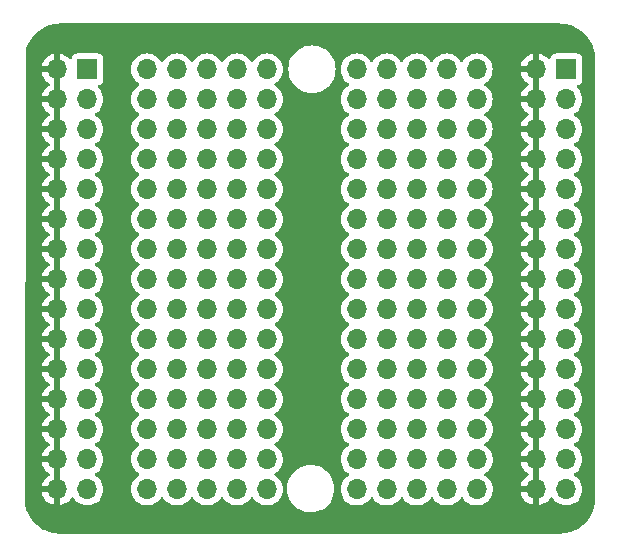
<source format=gbr>
%TF.GenerationSoftware,KiCad,Pcbnew,7.0.2*%
%TF.CreationDate,2024-01-29T20:47:06-05:00*%
%TF.ProjectId,dpx_perv_5x15,6470785f-7065-4727-965f-357831352e6b,rev?*%
%TF.SameCoordinates,Original*%
%TF.FileFunction,Copper,L3,Inr*%
%TF.FilePolarity,Positive*%
%FSLAX46Y46*%
G04 Gerber Fmt 4.6, Leading zero omitted, Abs format (unit mm)*
G04 Created by KiCad (PCBNEW 7.0.2) date 2024-01-29 20:47:06*
%MOMM*%
%LPD*%
G01*
G04 APERTURE LIST*
%TA.AperFunction,ComponentPad*%
%ADD10R,1.700000X1.700000*%
%TD*%
%TA.AperFunction,ComponentPad*%
%ADD11O,1.700000X1.700000*%
%TD*%
G04 APERTURE END LIST*
D10*
%TO.N,VCC*%
%TO.C,J1*%
X46220000Y-33615000D03*
D11*
%TO.N,GND*%
X43680000Y-33615000D03*
%TO.N,VCC*%
X46220000Y-36155000D03*
%TO.N,GND*%
X43680000Y-36155000D03*
%TO.N,VCC*%
X46220000Y-38695000D03*
%TO.N,GND*%
X43680000Y-38695000D03*
%TO.N,VCC*%
X46220000Y-41235000D03*
%TO.N,GND*%
X43680000Y-41235000D03*
%TO.N,VCC*%
X46220000Y-43775000D03*
%TO.N,GND*%
X43680000Y-43775000D03*
%TO.N,VCC*%
X46220000Y-46315000D03*
%TO.N,GND*%
X43680000Y-46315000D03*
%TO.N,VCC*%
X46220000Y-48855000D03*
%TO.N,GND*%
X43680000Y-48855000D03*
%TO.N,VCC*%
X46220000Y-51395000D03*
%TO.N,GND*%
X43680000Y-51395000D03*
%TO.N,VCC*%
X46220000Y-53935000D03*
%TO.N,GND*%
X43680000Y-53935000D03*
%TO.N,VCC*%
X46220000Y-56475000D03*
%TO.N,GND*%
X43680000Y-56475000D03*
%TO.N,VCC*%
X46220000Y-59015000D03*
%TO.N,GND*%
X43680000Y-59015000D03*
%TO.N,VCC*%
X46220000Y-61555000D03*
%TO.N,GND*%
X43680000Y-61555000D03*
%TO.N,VCC*%
X46220000Y-64095000D03*
%TO.N,GND*%
X43680000Y-64095000D03*
%TO.N,VCC*%
X46220000Y-66635000D03*
%TO.N,GND*%
X43680000Y-66635000D03*
%TO.N,VCC*%
X46220000Y-69175000D03*
%TO.N,GND*%
X43680000Y-69175000D03*
%TD*%
D10*
%TO.N,VCC*%
%TO.C,J2*%
X86770000Y-33615000D03*
D11*
%TO.N,GND*%
X84230000Y-33615000D03*
%TO.N,VCC*%
X86770000Y-36155000D03*
%TO.N,GND*%
X84230000Y-36155000D03*
%TO.N,VCC*%
X86770000Y-38695000D03*
%TO.N,GND*%
X84230000Y-38695000D03*
%TO.N,VCC*%
X86770000Y-41235000D03*
%TO.N,GND*%
X84230000Y-41235000D03*
%TO.N,VCC*%
X86770000Y-43775000D03*
%TO.N,GND*%
X84230000Y-43775000D03*
%TO.N,VCC*%
X86770000Y-46315000D03*
%TO.N,GND*%
X84230000Y-46315000D03*
%TO.N,VCC*%
X86770000Y-48855000D03*
%TO.N,GND*%
X84230000Y-48855000D03*
%TO.N,VCC*%
X86770000Y-51395000D03*
%TO.N,GND*%
X84230000Y-51395000D03*
%TO.N,VCC*%
X86770000Y-53935000D03*
%TO.N,GND*%
X84230000Y-53935000D03*
%TO.N,VCC*%
X86770000Y-56475000D03*
%TO.N,GND*%
X84230000Y-56475000D03*
%TO.N,VCC*%
X86770000Y-59015000D03*
%TO.N,GND*%
X84230000Y-59015000D03*
%TO.N,VCC*%
X86770000Y-61555000D03*
%TO.N,GND*%
X84230000Y-61555000D03*
%TO.N,VCC*%
X86770000Y-64095000D03*
%TO.N,GND*%
X84230000Y-64095000D03*
%TO.N,VCC*%
X86770000Y-66635000D03*
%TO.N,GND*%
X84230000Y-66635000D03*
%TO.N,VCC*%
X86770000Y-69175000D03*
%TO.N,GND*%
X84230000Y-69175000D03*
%TD*%
%TO.N,N/C*%
%TO.C,U2*%
X79195000Y-46310000D03*
X76655000Y-46310000D03*
X74115000Y-46310000D03*
X71575000Y-46310000D03*
X69035000Y-46310000D03*
X61435000Y-46310000D03*
X79195000Y-48850000D03*
X76655000Y-48850000D03*
X74115000Y-48850000D03*
X71575000Y-48850000D03*
X69035000Y-48850000D03*
X61435000Y-48850000D03*
X58895000Y-48850000D03*
X58885000Y-46310000D03*
X56355000Y-48850000D03*
X56345000Y-46310000D03*
X53815000Y-48850000D03*
X53805000Y-46310000D03*
X51275000Y-48850000D03*
X51265000Y-46310000D03*
X79195000Y-51390000D03*
X76655000Y-51390000D03*
X74115000Y-51390000D03*
X71575000Y-51390000D03*
X69035000Y-51390000D03*
X61435000Y-51390000D03*
X58895000Y-51390000D03*
X56355000Y-51390000D03*
X53815000Y-51390000D03*
X51275000Y-51390000D03*
X79195000Y-53930000D03*
X76655000Y-53930000D03*
X74115000Y-53930000D03*
X71575000Y-53930000D03*
X69035000Y-53930000D03*
X61435000Y-53930000D03*
X58895000Y-53930000D03*
X56355000Y-53930000D03*
X53815000Y-53930000D03*
X51275000Y-53930000D03*
X79195000Y-56470000D03*
X76655000Y-56470000D03*
X74115000Y-56470000D03*
X71575000Y-56470000D03*
X69035000Y-56470000D03*
X61435000Y-56470000D03*
X58895000Y-56470000D03*
X56355000Y-56470000D03*
X53815000Y-56470000D03*
X51275000Y-56470000D03*
%TD*%
%TO.N,N/C*%
%TO.C,U1*%
X79180000Y-33615000D03*
X76640000Y-33615000D03*
X74100000Y-33615000D03*
X71560000Y-33615000D03*
X69020000Y-33615000D03*
X61420000Y-33615000D03*
X79180000Y-36155000D03*
X76640000Y-36155000D03*
X74100000Y-36155000D03*
X71560000Y-36155000D03*
X69020000Y-36155000D03*
X61420000Y-36155000D03*
X58880000Y-36155000D03*
X58870000Y-33615000D03*
X56340000Y-36155000D03*
X56330000Y-33615000D03*
X53800000Y-36155000D03*
X53790000Y-33615000D03*
X51260000Y-36155000D03*
X51250000Y-33615000D03*
X79180000Y-38695000D03*
X76640000Y-38695000D03*
X74100000Y-38695000D03*
X71560000Y-38695000D03*
X69020000Y-38695000D03*
X61420000Y-38695000D03*
X58880000Y-38695000D03*
X56340000Y-38695000D03*
X53800000Y-38695000D03*
X51260000Y-38695000D03*
X79180000Y-41235000D03*
X76640000Y-41235000D03*
X74100000Y-41235000D03*
X71560000Y-41235000D03*
X69020000Y-41235000D03*
X61420000Y-41235000D03*
X58880000Y-41235000D03*
X56340000Y-41235000D03*
X53800000Y-41235000D03*
X51260000Y-41235000D03*
X79180000Y-43775000D03*
X76640000Y-43775000D03*
X74100000Y-43775000D03*
X71560000Y-43775000D03*
X69020000Y-43775000D03*
X61420000Y-43775000D03*
X58880000Y-43775000D03*
X56340000Y-43775000D03*
X53800000Y-43775000D03*
X51260000Y-43775000D03*
%TD*%
%TO.N,N/C*%
%TO.C,U3*%
X79185000Y-59020000D03*
X76645000Y-59020000D03*
X74105000Y-59020000D03*
X71565000Y-59020000D03*
X69025000Y-59020000D03*
X61425000Y-59020000D03*
X79185000Y-61560000D03*
X76645000Y-61560000D03*
X74105000Y-61560000D03*
X71565000Y-61560000D03*
X69025000Y-61560000D03*
X61425000Y-61560000D03*
X58885000Y-61560000D03*
X58875000Y-59020000D03*
X56345000Y-61560000D03*
X56335000Y-59020000D03*
X53805000Y-61560000D03*
X53795000Y-59020000D03*
X51265000Y-61560000D03*
X51255000Y-59020000D03*
X79185000Y-64100000D03*
X76645000Y-64100000D03*
X74105000Y-64100000D03*
X71565000Y-64100000D03*
X69025000Y-64100000D03*
X61425000Y-64100000D03*
X58885000Y-64100000D03*
X56345000Y-64100000D03*
X53805000Y-64100000D03*
X51265000Y-64100000D03*
X79185000Y-66640000D03*
X76645000Y-66640000D03*
X74105000Y-66640000D03*
X71565000Y-66640000D03*
X69025000Y-66640000D03*
X61425000Y-66640000D03*
X58885000Y-66640000D03*
X56345000Y-66640000D03*
X53805000Y-66640000D03*
X51265000Y-66640000D03*
X79185000Y-69180000D03*
X76645000Y-69180000D03*
X74105000Y-69180000D03*
X71565000Y-69180000D03*
X69025000Y-69180000D03*
X61425000Y-69180000D03*
X58885000Y-69180000D03*
X56345000Y-69180000D03*
X53805000Y-69180000D03*
X51265000Y-69180000D03*
%TD*%
%TA.AperFunction,Conductor*%
%TO.N,GND*%
G36*
X43930000Y-68739498D02*
G01*
X43822315Y-68690320D01*
X43715763Y-68675000D01*
X43644237Y-68675000D01*
X43537685Y-68690320D01*
X43429999Y-68739498D01*
X43429999Y-67070501D01*
X43537685Y-67119680D01*
X43644237Y-67135000D01*
X43715763Y-67135000D01*
X43822315Y-67119680D01*
X43930000Y-67070501D01*
X43930000Y-68739498D01*
G37*
%TD.AperFunction*%
%TA.AperFunction,Conductor*%
G36*
X43930000Y-66199498D02*
G01*
X43822315Y-66150320D01*
X43715763Y-66135000D01*
X43644237Y-66135000D01*
X43537685Y-66150320D01*
X43429999Y-66199498D01*
X43429999Y-64530501D01*
X43537685Y-64579680D01*
X43644237Y-64595000D01*
X43715763Y-64595000D01*
X43822315Y-64579680D01*
X43930000Y-64530501D01*
X43930000Y-66199498D01*
G37*
%TD.AperFunction*%
%TA.AperFunction,Conductor*%
G36*
X43930000Y-63659498D02*
G01*
X43822315Y-63610320D01*
X43715763Y-63595000D01*
X43644237Y-63595000D01*
X43537685Y-63610320D01*
X43429999Y-63659498D01*
X43429999Y-61990501D01*
X43537685Y-62039680D01*
X43644237Y-62055000D01*
X43715763Y-62055000D01*
X43822315Y-62039680D01*
X43930000Y-61990501D01*
X43930000Y-63659498D01*
G37*
%TD.AperFunction*%
%TA.AperFunction,Conductor*%
G36*
X43930000Y-61119498D02*
G01*
X43822315Y-61070320D01*
X43715763Y-61055000D01*
X43644237Y-61055000D01*
X43537685Y-61070320D01*
X43429999Y-61119498D01*
X43429999Y-59450501D01*
X43537685Y-59499680D01*
X43644237Y-59515000D01*
X43715763Y-59515000D01*
X43822315Y-59499680D01*
X43930000Y-59450501D01*
X43930000Y-61119498D01*
G37*
%TD.AperFunction*%
%TA.AperFunction,Conductor*%
G36*
X43930000Y-58579498D02*
G01*
X43822315Y-58530320D01*
X43715763Y-58515000D01*
X43644237Y-58515000D01*
X43537685Y-58530320D01*
X43429999Y-58579498D01*
X43429999Y-56910501D01*
X43537685Y-56959680D01*
X43644237Y-56975000D01*
X43715763Y-56975000D01*
X43822315Y-56959680D01*
X43930000Y-56910501D01*
X43930000Y-58579498D01*
G37*
%TD.AperFunction*%
%TA.AperFunction,Conductor*%
G36*
X43930000Y-56039498D02*
G01*
X43822315Y-55990320D01*
X43715763Y-55975000D01*
X43644237Y-55975000D01*
X43537685Y-55990320D01*
X43429999Y-56039498D01*
X43429999Y-54370501D01*
X43537685Y-54419680D01*
X43644237Y-54435000D01*
X43715763Y-54435000D01*
X43822315Y-54419680D01*
X43930000Y-54370501D01*
X43930000Y-56039498D01*
G37*
%TD.AperFunction*%
%TA.AperFunction,Conductor*%
G36*
X43930000Y-53499498D02*
G01*
X43822315Y-53450320D01*
X43715763Y-53435000D01*
X43644237Y-53435000D01*
X43537685Y-53450320D01*
X43429999Y-53499498D01*
X43429999Y-51830501D01*
X43537685Y-51879680D01*
X43644237Y-51895000D01*
X43715763Y-51895000D01*
X43822315Y-51879680D01*
X43930000Y-51830501D01*
X43930000Y-53499498D01*
G37*
%TD.AperFunction*%
%TA.AperFunction,Conductor*%
G36*
X43930000Y-50959498D02*
G01*
X43822315Y-50910320D01*
X43715763Y-50895000D01*
X43644237Y-50895000D01*
X43537685Y-50910320D01*
X43429999Y-50959498D01*
X43429999Y-49290501D01*
X43537685Y-49339680D01*
X43644237Y-49355000D01*
X43715763Y-49355000D01*
X43822315Y-49339680D01*
X43930000Y-49290501D01*
X43930000Y-50959498D01*
G37*
%TD.AperFunction*%
%TA.AperFunction,Conductor*%
G36*
X43930000Y-48419498D02*
G01*
X43822315Y-48370320D01*
X43715763Y-48355000D01*
X43644237Y-48355000D01*
X43537685Y-48370320D01*
X43429999Y-48419498D01*
X43429999Y-46750501D01*
X43537685Y-46799680D01*
X43644237Y-46815000D01*
X43715763Y-46815000D01*
X43822315Y-46799680D01*
X43930000Y-46750501D01*
X43930000Y-48419498D01*
G37*
%TD.AperFunction*%
%TA.AperFunction,Conductor*%
G36*
X43930000Y-45879498D02*
G01*
X43822315Y-45830320D01*
X43715763Y-45815000D01*
X43644237Y-45815000D01*
X43537685Y-45830320D01*
X43429999Y-45879498D01*
X43429999Y-44210501D01*
X43537685Y-44259680D01*
X43644237Y-44275000D01*
X43715763Y-44275000D01*
X43822315Y-44259680D01*
X43930000Y-44210501D01*
X43930000Y-45879498D01*
G37*
%TD.AperFunction*%
%TA.AperFunction,Conductor*%
G36*
X43930000Y-43339498D02*
G01*
X43822315Y-43290320D01*
X43715763Y-43275000D01*
X43644237Y-43275000D01*
X43537685Y-43290320D01*
X43429999Y-43339498D01*
X43429999Y-41670501D01*
X43537685Y-41719680D01*
X43644237Y-41735000D01*
X43715763Y-41735000D01*
X43822315Y-41719680D01*
X43930000Y-41670501D01*
X43930000Y-43339498D01*
G37*
%TD.AperFunction*%
%TA.AperFunction,Conductor*%
G36*
X43930000Y-40799498D02*
G01*
X43822315Y-40750320D01*
X43715763Y-40735000D01*
X43644237Y-40735000D01*
X43537685Y-40750320D01*
X43429999Y-40799498D01*
X43429999Y-39130501D01*
X43537685Y-39179680D01*
X43644237Y-39195000D01*
X43715763Y-39195000D01*
X43822315Y-39179680D01*
X43930000Y-39130501D01*
X43930000Y-40799498D01*
G37*
%TD.AperFunction*%
%TA.AperFunction,Conductor*%
G36*
X43930000Y-38259498D02*
G01*
X43822315Y-38210320D01*
X43715763Y-38195000D01*
X43644237Y-38195000D01*
X43537685Y-38210320D01*
X43429999Y-38259498D01*
X43429999Y-36590501D01*
X43537685Y-36639680D01*
X43644237Y-36655000D01*
X43715763Y-36655000D01*
X43822315Y-36639680D01*
X43930000Y-36590501D01*
X43930000Y-38259498D01*
G37*
%TD.AperFunction*%
%TA.AperFunction,Conductor*%
G36*
X43930000Y-35719498D02*
G01*
X43822315Y-35670320D01*
X43715763Y-35655000D01*
X43644237Y-35655000D01*
X43537685Y-35670320D01*
X43429999Y-35719498D01*
X43429999Y-34050501D01*
X43537685Y-34099680D01*
X43644237Y-34115000D01*
X43715763Y-34115000D01*
X43822315Y-34099680D01*
X43930000Y-34050501D01*
X43930000Y-35719498D01*
G37*
%TD.AperFunction*%
%TA.AperFunction,Conductor*%
G36*
X84480000Y-68739498D02*
G01*
X84372315Y-68690320D01*
X84265763Y-68675000D01*
X84194237Y-68675000D01*
X84087685Y-68690320D01*
X83979999Y-68739498D01*
X83979999Y-67070501D01*
X84087685Y-67119680D01*
X84194237Y-67135000D01*
X84265763Y-67135000D01*
X84372315Y-67119680D01*
X84480000Y-67070501D01*
X84480000Y-68739498D01*
G37*
%TD.AperFunction*%
%TA.AperFunction,Conductor*%
G36*
X84480000Y-66199498D02*
G01*
X84372315Y-66150320D01*
X84265763Y-66135000D01*
X84194237Y-66135000D01*
X84087685Y-66150320D01*
X83979999Y-66199498D01*
X83979999Y-64530501D01*
X84087685Y-64579680D01*
X84194237Y-64595000D01*
X84265763Y-64595000D01*
X84372315Y-64579680D01*
X84480000Y-64530501D01*
X84480000Y-66199498D01*
G37*
%TD.AperFunction*%
%TA.AperFunction,Conductor*%
G36*
X84480000Y-63659498D02*
G01*
X84372315Y-63610320D01*
X84265763Y-63595000D01*
X84194237Y-63595000D01*
X84087685Y-63610320D01*
X83979999Y-63659498D01*
X83979999Y-61990501D01*
X84087685Y-62039680D01*
X84194237Y-62055000D01*
X84265763Y-62055000D01*
X84372315Y-62039680D01*
X84480000Y-61990501D01*
X84480000Y-63659498D01*
G37*
%TD.AperFunction*%
%TA.AperFunction,Conductor*%
G36*
X84480000Y-61119498D02*
G01*
X84372315Y-61070320D01*
X84265763Y-61055000D01*
X84194237Y-61055000D01*
X84087685Y-61070320D01*
X83979999Y-61119498D01*
X83979999Y-59450501D01*
X84087685Y-59499680D01*
X84194237Y-59515000D01*
X84265763Y-59515000D01*
X84372315Y-59499680D01*
X84480000Y-59450501D01*
X84480000Y-61119498D01*
G37*
%TD.AperFunction*%
%TA.AperFunction,Conductor*%
G36*
X84480000Y-58579498D02*
G01*
X84372315Y-58530320D01*
X84265763Y-58515000D01*
X84194237Y-58515000D01*
X84087685Y-58530320D01*
X83979999Y-58579498D01*
X83979999Y-56910501D01*
X84087685Y-56959680D01*
X84194237Y-56975000D01*
X84265763Y-56975000D01*
X84372315Y-56959680D01*
X84480000Y-56910501D01*
X84480000Y-58579498D01*
G37*
%TD.AperFunction*%
%TA.AperFunction,Conductor*%
G36*
X84480000Y-56039498D02*
G01*
X84372315Y-55990320D01*
X84265763Y-55975000D01*
X84194237Y-55975000D01*
X84087685Y-55990320D01*
X83979999Y-56039498D01*
X83979999Y-54370501D01*
X84087685Y-54419680D01*
X84194237Y-54435000D01*
X84265763Y-54435000D01*
X84372315Y-54419680D01*
X84480000Y-54370501D01*
X84480000Y-56039498D01*
G37*
%TD.AperFunction*%
%TA.AperFunction,Conductor*%
G36*
X84480000Y-53499498D02*
G01*
X84372315Y-53450320D01*
X84265763Y-53435000D01*
X84194237Y-53435000D01*
X84087685Y-53450320D01*
X83979999Y-53499498D01*
X83979999Y-51830501D01*
X84087685Y-51879680D01*
X84194237Y-51895000D01*
X84265763Y-51895000D01*
X84372315Y-51879680D01*
X84480000Y-51830501D01*
X84480000Y-53499498D01*
G37*
%TD.AperFunction*%
%TA.AperFunction,Conductor*%
G36*
X84480000Y-50959498D02*
G01*
X84372315Y-50910320D01*
X84265763Y-50895000D01*
X84194237Y-50895000D01*
X84087685Y-50910320D01*
X83979999Y-50959498D01*
X83979999Y-49290501D01*
X84087685Y-49339680D01*
X84194237Y-49355000D01*
X84265763Y-49355000D01*
X84372315Y-49339680D01*
X84480000Y-49290501D01*
X84480000Y-50959498D01*
G37*
%TD.AperFunction*%
%TA.AperFunction,Conductor*%
G36*
X84480000Y-48419498D02*
G01*
X84372315Y-48370320D01*
X84265763Y-48355000D01*
X84194237Y-48355000D01*
X84087685Y-48370320D01*
X83979999Y-48419498D01*
X83979999Y-46750501D01*
X84087685Y-46799680D01*
X84194237Y-46815000D01*
X84265763Y-46815000D01*
X84372315Y-46799680D01*
X84480000Y-46750501D01*
X84480000Y-48419498D01*
G37*
%TD.AperFunction*%
%TA.AperFunction,Conductor*%
G36*
X84480000Y-45879498D02*
G01*
X84372315Y-45830320D01*
X84265763Y-45815000D01*
X84194237Y-45815000D01*
X84087685Y-45830320D01*
X83979999Y-45879498D01*
X83979999Y-44210501D01*
X84087685Y-44259680D01*
X84194237Y-44275000D01*
X84265763Y-44275000D01*
X84372315Y-44259680D01*
X84480000Y-44210501D01*
X84480000Y-45879498D01*
G37*
%TD.AperFunction*%
%TA.AperFunction,Conductor*%
G36*
X84480000Y-43339498D02*
G01*
X84372315Y-43290320D01*
X84265763Y-43275000D01*
X84194237Y-43275000D01*
X84087685Y-43290320D01*
X83979999Y-43339498D01*
X83979999Y-41670501D01*
X84087685Y-41719680D01*
X84194237Y-41735000D01*
X84265763Y-41735000D01*
X84372315Y-41719680D01*
X84480000Y-41670501D01*
X84480000Y-43339498D01*
G37*
%TD.AperFunction*%
%TA.AperFunction,Conductor*%
G36*
X84480000Y-40799498D02*
G01*
X84372315Y-40750320D01*
X84265763Y-40735000D01*
X84194237Y-40735000D01*
X84087685Y-40750320D01*
X83979999Y-40799498D01*
X83979999Y-39130501D01*
X84087685Y-39179680D01*
X84194237Y-39195000D01*
X84265763Y-39195000D01*
X84372315Y-39179680D01*
X84480000Y-39130501D01*
X84480000Y-40799498D01*
G37*
%TD.AperFunction*%
%TA.AperFunction,Conductor*%
G36*
X84480000Y-38259498D02*
G01*
X84372315Y-38210320D01*
X84265763Y-38195000D01*
X84194237Y-38195000D01*
X84087685Y-38210320D01*
X83979999Y-38259498D01*
X83979999Y-36590501D01*
X84087685Y-36639680D01*
X84194237Y-36655000D01*
X84265763Y-36655000D01*
X84372315Y-36639680D01*
X84480000Y-36590501D01*
X84480000Y-38259498D01*
G37*
%TD.AperFunction*%
%TA.AperFunction,Conductor*%
G36*
X84480000Y-35719498D02*
G01*
X84372315Y-35670320D01*
X84265763Y-35655000D01*
X84194237Y-35655000D01*
X84087685Y-35670320D01*
X83979999Y-35719498D01*
X83979999Y-34050501D01*
X84087685Y-34099680D01*
X84194237Y-34115000D01*
X84265763Y-34115000D01*
X84372315Y-34099680D01*
X84480000Y-34050501D01*
X84480000Y-35719498D01*
G37*
%TD.AperFunction*%
%TA.AperFunction,Conductor*%
G36*
X86218243Y-29725669D02*
G01*
X86348628Y-29732503D01*
X86528910Y-29742628D01*
X86541309Y-29743955D01*
X86690647Y-29767608D01*
X86850321Y-29794737D01*
X86861619Y-29797205D01*
X87011693Y-29837418D01*
X87164188Y-29881351D01*
X87174253Y-29884726D01*
X87319710Y-29940562D01*
X87322599Y-29941714D01*
X87466768Y-30001430D01*
X87475594Y-30005500D01*
X87615064Y-30076565D01*
X87618748Y-30078521D01*
X87708848Y-30128316D01*
X87754548Y-30153574D01*
X87762061Y-30158081D01*
X87893754Y-30243604D01*
X87897947Y-30246452D01*
X88024147Y-30335996D01*
X88030428Y-30340759D01*
X88152567Y-30439665D01*
X88157158Y-30443571D01*
X88272424Y-30546579D01*
X88277478Y-30551358D01*
X88388640Y-30662520D01*
X88393419Y-30667574D01*
X88496427Y-30782840D01*
X88500333Y-30787431D01*
X88599239Y-30909570D01*
X88604002Y-30915851D01*
X88693546Y-31042051D01*
X88696409Y-31046266D01*
X88781907Y-31177921D01*
X88786430Y-31185460D01*
X88861477Y-31321250D01*
X88863433Y-31324934D01*
X88934498Y-31464404D01*
X88938575Y-31473247D01*
X88998259Y-31617337D01*
X88999462Y-31620353D01*
X89055265Y-31765727D01*
X89058655Y-31775836D01*
X89102579Y-31928297D01*
X89142793Y-32078379D01*
X89145262Y-32089685D01*
X89172394Y-32249369D01*
X89196040Y-32398670D01*
X89197371Y-32411108D01*
X89207509Y-32591617D01*
X89214330Y-32721756D01*
X89214500Y-32728246D01*
X89214500Y-69921753D01*
X89214330Y-69928243D01*
X89207509Y-70058382D01*
X89197372Y-70238887D01*
X89196040Y-70251331D01*
X89172394Y-70400629D01*
X89145263Y-70560308D01*
X89142791Y-70571624D01*
X89102579Y-70721701D01*
X89058653Y-70874170D01*
X89055268Y-70884263D01*
X88999462Y-71029645D01*
X88998259Y-71032661D01*
X88938575Y-71176751D01*
X88934498Y-71185594D01*
X88863433Y-71325064D01*
X88861477Y-71328748D01*
X88786430Y-71464538D01*
X88781897Y-71472094D01*
X88696412Y-71603728D01*
X88693546Y-71607947D01*
X88604002Y-71734147D01*
X88599239Y-71740428D01*
X88500333Y-71862567D01*
X88496427Y-71867158D01*
X88393419Y-71982424D01*
X88388640Y-71987478D01*
X88277478Y-72098640D01*
X88272424Y-72103419D01*
X88157158Y-72206427D01*
X88152567Y-72210333D01*
X88030428Y-72309239D01*
X88024147Y-72314002D01*
X87897947Y-72403546D01*
X87893728Y-72406412D01*
X87762094Y-72491897D01*
X87754538Y-72496430D01*
X87618748Y-72571477D01*
X87615064Y-72573433D01*
X87475594Y-72644498D01*
X87466751Y-72648575D01*
X87322661Y-72708259D01*
X87319645Y-72709462D01*
X87174271Y-72765265D01*
X87164162Y-72768655D01*
X87011702Y-72812579D01*
X86861619Y-72852793D01*
X86850313Y-72855262D01*
X86690630Y-72882394D01*
X86541328Y-72906040D01*
X86528890Y-72907371D01*
X86348382Y-72917509D01*
X86218244Y-72924330D01*
X86211754Y-72924500D01*
X43903247Y-72924500D01*
X43896757Y-72924330D01*
X43766617Y-72917509D01*
X43586111Y-72907372D01*
X43573666Y-72906040D01*
X43424369Y-72882394D01*
X43264690Y-72855263D01*
X43253374Y-72852791D01*
X43103298Y-72812579D01*
X42950828Y-72768653D01*
X42940735Y-72765268D01*
X42795353Y-72709462D01*
X42792337Y-72708259D01*
X42648247Y-72648575D01*
X42639404Y-72644498D01*
X42499934Y-72573433D01*
X42496250Y-72571477D01*
X42360460Y-72496430D01*
X42352921Y-72491907D01*
X42221266Y-72406409D01*
X42217051Y-72403546D01*
X42090851Y-72314002D01*
X42084570Y-72309239D01*
X41962431Y-72210333D01*
X41957840Y-72206427D01*
X41842574Y-72103419D01*
X41837520Y-72098640D01*
X41726358Y-71987478D01*
X41721579Y-71982424D01*
X41618571Y-71867158D01*
X41614665Y-71862567D01*
X41515759Y-71740428D01*
X41510996Y-71734147D01*
X41421452Y-71607947D01*
X41418604Y-71603754D01*
X41333081Y-71472061D01*
X41328568Y-71464538D01*
X41253521Y-71328748D01*
X41251565Y-71325064D01*
X41180500Y-71185594D01*
X41176430Y-71176768D01*
X41116714Y-71032599D01*
X41115562Y-71029710D01*
X41059729Y-70884260D01*
X41056346Y-70874170D01*
X41012414Y-70721679D01*
X41007316Y-70702652D01*
X40972202Y-70571605D01*
X40969738Y-70560323D01*
X40942605Y-70400629D01*
X40922659Y-70274694D01*
X40921136Y-70255070D01*
X40922945Y-69425000D01*
X42349364Y-69425000D01*
X42406569Y-69638492D01*
X42506399Y-69852576D01*
X42641893Y-70046081D01*
X42808918Y-70213106D01*
X43002423Y-70348600D01*
X43216509Y-70448430D01*
X43430000Y-70505634D01*
X43430000Y-69610501D01*
X43537685Y-69659680D01*
X43644237Y-69675000D01*
X43715763Y-69675000D01*
X43822315Y-69659680D01*
X43930000Y-69610501D01*
X43930000Y-70505633D01*
X44143490Y-70448430D01*
X44357576Y-70348600D01*
X44551081Y-70213106D01*
X44718109Y-70046078D01*
X44848119Y-69860405D01*
X44902696Y-69816780D01*
X44972194Y-69809586D01*
X45034549Y-69841109D01*
X45051265Y-69860400D01*
X45181505Y-70046401D01*
X45348599Y-70213495D01*
X45542170Y-70349035D01*
X45756337Y-70448903D01*
X45968059Y-70505633D01*
X45984592Y-70510063D01*
X46219999Y-70530659D01*
X46219999Y-70530658D01*
X46220000Y-70530659D01*
X46455408Y-70510063D01*
X46683663Y-70448903D01*
X46897830Y-70349035D01*
X47091401Y-70213495D01*
X47258495Y-70046401D01*
X47394035Y-69852830D01*
X47493903Y-69638663D01*
X47555063Y-69410408D01*
X47575659Y-69175000D01*
X47555063Y-68939592D01*
X47493903Y-68711337D01*
X47394035Y-68497171D01*
X47258495Y-68303599D01*
X47091401Y-68136505D01*
X46905839Y-68006573D01*
X46862216Y-67951998D01*
X46855022Y-67882500D01*
X46886545Y-67820145D01*
X46905837Y-67803428D01*
X47091401Y-67673495D01*
X47258495Y-67506401D01*
X47394035Y-67312830D01*
X47493903Y-67098663D01*
X47555063Y-66870408D01*
X47575659Y-66635000D01*
X47555063Y-66399592D01*
X47493903Y-66171337D01*
X47394035Y-65957171D01*
X47258495Y-65763599D01*
X47091401Y-65596505D01*
X46905839Y-65466573D01*
X46862216Y-65411998D01*
X46855022Y-65342500D01*
X46886545Y-65280145D01*
X46905837Y-65263428D01*
X47091401Y-65133495D01*
X47258495Y-64966401D01*
X47394035Y-64772830D01*
X47493903Y-64558663D01*
X47555063Y-64330408D01*
X47575659Y-64095000D01*
X47555063Y-63859592D01*
X47493903Y-63631337D01*
X47394035Y-63417171D01*
X47258495Y-63223599D01*
X47091401Y-63056505D01*
X46905839Y-62926573D01*
X46862217Y-62871998D01*
X46855024Y-62802499D01*
X46886546Y-62740145D01*
X46905837Y-62723428D01*
X47091401Y-62593495D01*
X47258495Y-62426401D01*
X47394035Y-62232830D01*
X47493903Y-62018663D01*
X47555063Y-61790408D01*
X47575659Y-61555000D01*
X47555063Y-61319592D01*
X47493903Y-61091337D01*
X47394035Y-60877171D01*
X47258495Y-60683599D01*
X47091401Y-60516505D01*
X46905839Y-60386573D01*
X46862216Y-60331998D01*
X46855022Y-60262500D01*
X46886545Y-60200145D01*
X46905837Y-60183428D01*
X47091401Y-60053495D01*
X47258495Y-59886401D01*
X47394035Y-59692830D01*
X47493903Y-59478663D01*
X47555063Y-59250408D01*
X47575659Y-59015000D01*
X47555063Y-58779592D01*
X47493903Y-58551337D01*
X47394035Y-58337171D01*
X47258495Y-58143599D01*
X47091401Y-57976505D01*
X46905839Y-57846573D01*
X46862216Y-57791998D01*
X46855022Y-57722500D01*
X46886545Y-57660145D01*
X46905837Y-57643428D01*
X47091401Y-57513495D01*
X47258495Y-57346401D01*
X47394035Y-57152830D01*
X47493903Y-56938663D01*
X47555063Y-56710408D01*
X47575659Y-56475000D01*
X47555063Y-56239592D01*
X47493903Y-56011337D01*
X47394035Y-55797171D01*
X47258495Y-55603599D01*
X47091401Y-55436505D01*
X46905839Y-55306573D01*
X46862216Y-55251998D01*
X46855022Y-55182500D01*
X46886545Y-55120145D01*
X46905837Y-55103428D01*
X47091401Y-54973495D01*
X47258495Y-54806401D01*
X47394035Y-54612830D01*
X47493903Y-54398663D01*
X47555063Y-54170408D01*
X47575659Y-53935000D01*
X47555063Y-53699592D01*
X47493903Y-53471337D01*
X47394035Y-53257171D01*
X47258495Y-53063599D01*
X47091401Y-52896505D01*
X46905839Y-52766573D01*
X46862216Y-52711998D01*
X46855022Y-52642500D01*
X46886545Y-52580145D01*
X46905837Y-52563428D01*
X47091401Y-52433495D01*
X47258495Y-52266401D01*
X47394035Y-52072830D01*
X47493903Y-51858663D01*
X47555063Y-51630408D01*
X47575659Y-51395000D01*
X47555063Y-51159592D01*
X47493903Y-50931337D01*
X47394035Y-50717171D01*
X47258495Y-50523599D01*
X47091401Y-50356505D01*
X46905839Y-50226573D01*
X46862216Y-50171998D01*
X46855022Y-50102500D01*
X46886545Y-50040145D01*
X46905837Y-50023428D01*
X47091401Y-49893495D01*
X47258495Y-49726401D01*
X47394035Y-49532830D01*
X47493903Y-49318663D01*
X47555063Y-49090408D01*
X47575659Y-48855000D01*
X47575221Y-48849999D01*
X47555063Y-48619592D01*
X47551153Y-48604999D01*
X47493903Y-48391337D01*
X47394035Y-48177171D01*
X47258495Y-47983599D01*
X47091401Y-47816505D01*
X46905839Y-47686573D01*
X46862216Y-47631998D01*
X46855022Y-47562500D01*
X46886545Y-47500145D01*
X46905837Y-47483428D01*
X47091401Y-47353495D01*
X47258495Y-47186401D01*
X47394035Y-46992830D01*
X47493903Y-46778663D01*
X47555063Y-46550408D01*
X47575659Y-46315000D01*
X47555063Y-46079592D01*
X47493903Y-45851337D01*
X47394035Y-45637171D01*
X47258495Y-45443599D01*
X47091401Y-45276505D01*
X46905839Y-45146573D01*
X46862216Y-45091998D01*
X46855022Y-45022500D01*
X46886545Y-44960145D01*
X46905837Y-44943428D01*
X47091401Y-44813495D01*
X47258495Y-44646401D01*
X47394035Y-44452830D01*
X47493903Y-44238663D01*
X47555063Y-44010408D01*
X47575659Y-43775000D01*
X47555063Y-43539592D01*
X47493903Y-43311337D01*
X47394035Y-43097171D01*
X47258495Y-42903599D01*
X47091401Y-42736505D01*
X46905839Y-42606573D01*
X46862216Y-42551998D01*
X46855022Y-42482500D01*
X46886545Y-42420145D01*
X46905837Y-42403428D01*
X47091401Y-42273495D01*
X47258495Y-42106401D01*
X47394035Y-41912830D01*
X47493903Y-41698663D01*
X47555063Y-41470408D01*
X47575659Y-41235000D01*
X47555063Y-40999592D01*
X47493903Y-40771337D01*
X47394035Y-40557171D01*
X47258495Y-40363599D01*
X47091401Y-40196505D01*
X46905839Y-40066573D01*
X46862215Y-40011997D01*
X46855023Y-39942498D01*
X46886545Y-39880144D01*
X46905831Y-39863432D01*
X47091401Y-39733495D01*
X47258495Y-39566401D01*
X47394035Y-39372830D01*
X47493903Y-39158663D01*
X47555063Y-38930408D01*
X47575659Y-38695000D01*
X47555063Y-38459592D01*
X47493903Y-38231337D01*
X47394035Y-38017171D01*
X47258495Y-37823599D01*
X47091401Y-37656505D01*
X46905839Y-37526573D01*
X46862215Y-37471997D01*
X46855023Y-37402498D01*
X46886545Y-37340144D01*
X46905831Y-37323432D01*
X47091401Y-37193495D01*
X47258495Y-37026401D01*
X47394035Y-36832830D01*
X47493903Y-36618663D01*
X47555063Y-36390408D01*
X47575659Y-36155000D01*
X47555063Y-35919592D01*
X47493903Y-35691337D01*
X47394035Y-35477171D01*
X47258495Y-35283599D01*
X47136569Y-35161673D01*
X47103084Y-35100350D01*
X47108068Y-35030658D01*
X47149940Y-34974725D01*
X47180915Y-34957810D01*
X47312331Y-34908796D01*
X47427546Y-34822546D01*
X47513796Y-34707331D01*
X47564091Y-34572483D01*
X47570500Y-34512873D01*
X47570499Y-33615000D01*
X49894340Y-33615000D01*
X49914936Y-33850407D01*
X49921641Y-33875429D01*
X49976097Y-34078663D01*
X50075965Y-34292830D01*
X50211505Y-34486401D01*
X50378599Y-34653495D01*
X50569160Y-34786927D01*
X50612783Y-34841503D01*
X50619976Y-34911002D01*
X50588454Y-34973356D01*
X50569159Y-34990076D01*
X50388595Y-35116508D01*
X50221505Y-35283598D01*
X50085965Y-35477170D01*
X49986097Y-35691336D01*
X49924936Y-35919592D01*
X49904340Y-36155000D01*
X49924936Y-36390407D01*
X49950496Y-36485798D01*
X49986097Y-36618663D01*
X50085965Y-36832830D01*
X50221505Y-37026401D01*
X50388599Y-37193495D01*
X50574160Y-37323426D01*
X50617783Y-37378002D01*
X50624976Y-37447501D01*
X50593454Y-37509855D01*
X50574159Y-37526575D01*
X50388595Y-37656508D01*
X50221505Y-37823598D01*
X50085965Y-38017170D01*
X49986097Y-38231336D01*
X49924936Y-38459592D01*
X49904340Y-38694999D01*
X49924936Y-38930407D01*
X49950496Y-39025798D01*
X49986097Y-39158663D01*
X50085965Y-39372830D01*
X50221505Y-39566401D01*
X50388599Y-39733495D01*
X50574160Y-39863426D01*
X50617783Y-39918002D01*
X50624976Y-39987501D01*
X50593454Y-40049855D01*
X50574159Y-40066575D01*
X50388595Y-40196508D01*
X50221505Y-40363598D01*
X50085965Y-40557170D01*
X49986097Y-40771336D01*
X49924936Y-40999592D01*
X49904340Y-41235000D01*
X49924936Y-41470407D01*
X49950496Y-41565798D01*
X49986097Y-41698663D01*
X50085965Y-41912830D01*
X50221505Y-42106401D01*
X50388599Y-42273495D01*
X50574160Y-42403426D01*
X50617783Y-42458002D01*
X50624976Y-42527501D01*
X50593454Y-42589855D01*
X50574159Y-42606575D01*
X50388595Y-42736508D01*
X50221505Y-42903598D01*
X50085965Y-43097170D01*
X49986097Y-43311336D01*
X49924936Y-43539592D01*
X49904340Y-43775000D01*
X49924936Y-44010407D01*
X49950496Y-44105798D01*
X49986097Y-44238663D01*
X50085965Y-44452830D01*
X50221505Y-44646401D01*
X50388599Y-44813495D01*
X50573089Y-44942676D01*
X50616713Y-44997252D01*
X50623907Y-45066750D01*
X50592384Y-45129105D01*
X50573089Y-45145825D01*
X50393595Y-45271508D01*
X50226505Y-45438598D01*
X50090965Y-45632170D01*
X49991097Y-45846336D01*
X49929936Y-46074592D01*
X49909340Y-46310000D01*
X49929936Y-46545407D01*
X49956836Y-46645798D01*
X49991097Y-46773663D01*
X50090965Y-46987830D01*
X50226505Y-47181401D01*
X50393599Y-47348495D01*
X50584160Y-47481927D01*
X50627783Y-47536503D01*
X50634976Y-47606002D01*
X50603454Y-47668356D01*
X50584159Y-47685076D01*
X50403595Y-47811508D01*
X50236505Y-47978598D01*
X50100965Y-48172170D01*
X50001097Y-48386336D01*
X49939936Y-48614592D01*
X49919340Y-48850000D01*
X49939936Y-49085407D01*
X49966836Y-49185798D01*
X50001097Y-49313663D01*
X50100965Y-49527830D01*
X50236505Y-49721401D01*
X50403599Y-49888495D01*
X50589160Y-50018426D01*
X50632783Y-50073002D01*
X50639976Y-50142501D01*
X50608454Y-50204855D01*
X50589159Y-50221575D01*
X50403595Y-50351508D01*
X50236505Y-50518598D01*
X50100965Y-50712170D01*
X50001097Y-50926336D01*
X49939936Y-51154592D01*
X49919340Y-51389999D01*
X49939936Y-51625407D01*
X49966836Y-51725798D01*
X50001097Y-51853663D01*
X50100965Y-52067830D01*
X50236505Y-52261401D01*
X50403599Y-52428495D01*
X50589160Y-52558426D01*
X50632783Y-52613002D01*
X50639976Y-52682501D01*
X50608454Y-52744855D01*
X50589159Y-52761575D01*
X50403595Y-52891508D01*
X50236505Y-53058598D01*
X50100965Y-53252170D01*
X50001097Y-53466336D01*
X49939936Y-53694592D01*
X49919340Y-53930000D01*
X49939936Y-54165407D01*
X49966836Y-54265798D01*
X50001097Y-54393663D01*
X50100965Y-54607830D01*
X50236505Y-54801401D01*
X50403599Y-54968495D01*
X50589160Y-55098426D01*
X50632783Y-55153002D01*
X50639976Y-55222501D01*
X50608454Y-55284855D01*
X50589159Y-55301575D01*
X50403595Y-55431508D01*
X50236505Y-55598598D01*
X50100965Y-55792170D01*
X50001097Y-56006336D01*
X49939936Y-56234592D01*
X49919340Y-56469999D01*
X49939936Y-56705407D01*
X49966836Y-56805798D01*
X50001097Y-56933663D01*
X50100965Y-57147830D01*
X50236505Y-57341401D01*
X50403599Y-57508495D01*
X50410738Y-57513494D01*
X50586348Y-57636457D01*
X50629973Y-57691034D01*
X50637166Y-57760532D01*
X50605644Y-57822887D01*
X50584821Y-57837978D01*
X50586057Y-57839743D01*
X50383598Y-57981505D01*
X50216505Y-58148598D01*
X50080965Y-58342170D01*
X49981097Y-58556336D01*
X49919936Y-58784592D01*
X49899340Y-59020000D01*
X49919936Y-59255407D01*
X49964709Y-59422502D01*
X49981097Y-59483663D01*
X50080965Y-59697830D01*
X50216505Y-59891401D01*
X50383599Y-60058495D01*
X50574160Y-60191927D01*
X50617783Y-60246503D01*
X50624976Y-60316002D01*
X50593454Y-60378356D01*
X50574158Y-60395076D01*
X50400736Y-60516508D01*
X50393595Y-60521508D01*
X50226505Y-60688598D01*
X50090965Y-60882170D01*
X49991097Y-61096336D01*
X49929936Y-61324592D01*
X49909340Y-61560000D01*
X49929936Y-61795407D01*
X49974709Y-61962502D01*
X49991097Y-62023663D01*
X50090965Y-62237830D01*
X50226505Y-62431401D01*
X50393599Y-62598495D01*
X50579160Y-62728426D01*
X50622783Y-62783002D01*
X50629976Y-62852501D01*
X50598454Y-62914855D01*
X50579158Y-62931575D01*
X50400736Y-63056508D01*
X50393595Y-63061508D01*
X50226505Y-63228598D01*
X50090965Y-63422170D01*
X49991097Y-63636336D01*
X49929936Y-63864592D01*
X49909340Y-64100000D01*
X49929936Y-64335407D01*
X49974709Y-64502502D01*
X49991097Y-64563663D01*
X50090965Y-64777830D01*
X50226505Y-64971401D01*
X50393599Y-65138495D01*
X50579160Y-65268426D01*
X50622783Y-65323002D01*
X50629976Y-65392501D01*
X50598454Y-65454855D01*
X50579158Y-65471575D01*
X50400736Y-65596508D01*
X50393595Y-65601508D01*
X50226505Y-65768598D01*
X50090965Y-65962170D01*
X49991097Y-66176336D01*
X49929936Y-66404592D01*
X49909340Y-66639999D01*
X49929936Y-66875407D01*
X49974709Y-67042502D01*
X49991097Y-67103663D01*
X50090965Y-67317830D01*
X50226505Y-67511401D01*
X50393599Y-67678495D01*
X50579160Y-67808426D01*
X50622783Y-67863002D01*
X50629976Y-67932501D01*
X50598454Y-67994855D01*
X50579158Y-68011575D01*
X50400736Y-68136508D01*
X50393595Y-68141508D01*
X50226505Y-68308598D01*
X50090965Y-68502170D01*
X49991097Y-68716336D01*
X49929936Y-68944592D01*
X49909340Y-69180000D01*
X49929936Y-69415407D01*
X49974709Y-69582501D01*
X49991097Y-69643663D01*
X50090965Y-69857830D01*
X50226505Y-70051401D01*
X50393599Y-70218495D01*
X50587170Y-70354035D01*
X50801337Y-70453903D01*
X51010932Y-70510063D01*
X51029592Y-70515063D01*
X51264999Y-70535659D01*
X51264999Y-70535658D01*
X51265000Y-70535659D01*
X51500408Y-70515063D01*
X51728663Y-70453903D01*
X51942830Y-70354035D01*
X52136401Y-70218495D01*
X52303495Y-70051401D01*
X52433426Y-69865839D01*
X52488002Y-69822216D01*
X52557500Y-69815022D01*
X52619855Y-69846545D01*
X52636571Y-69865837D01*
X52766505Y-70051401D01*
X52933599Y-70218495D01*
X53127170Y-70354035D01*
X53341337Y-70453903D01*
X53550932Y-70510063D01*
X53569592Y-70515063D01*
X53804999Y-70535659D01*
X53804999Y-70535658D01*
X53805000Y-70535659D01*
X54040408Y-70515063D01*
X54268663Y-70453903D01*
X54482830Y-70354035D01*
X54676401Y-70218495D01*
X54843495Y-70051401D01*
X54973426Y-69865839D01*
X55028002Y-69822216D01*
X55097500Y-69815022D01*
X55159855Y-69846545D01*
X55176571Y-69865837D01*
X55306505Y-70051401D01*
X55473599Y-70218495D01*
X55667170Y-70354035D01*
X55881337Y-70453903D01*
X56109592Y-70515063D01*
X56345000Y-70535659D01*
X56580408Y-70515063D01*
X56808663Y-70453903D01*
X57022830Y-70354035D01*
X57216401Y-70218495D01*
X57383495Y-70051401D01*
X57513426Y-69865839D01*
X57568002Y-69822217D01*
X57637501Y-69815024D01*
X57699855Y-69846546D01*
X57716571Y-69865837D01*
X57846505Y-70051401D01*
X58013599Y-70218495D01*
X58207170Y-70354035D01*
X58421337Y-70453903D01*
X58649592Y-70515063D01*
X58885000Y-70535659D01*
X59120408Y-70515063D01*
X59348663Y-70453903D01*
X59562830Y-70354035D01*
X59756401Y-70218495D01*
X59923495Y-70051401D01*
X60053426Y-69865839D01*
X60108002Y-69822216D01*
X60177500Y-69815022D01*
X60239855Y-69846545D01*
X60256571Y-69865837D01*
X60386505Y-70051401D01*
X60553599Y-70218495D01*
X60747170Y-70354035D01*
X60961337Y-70453903D01*
X61189592Y-70515063D01*
X61425000Y-70535659D01*
X61660408Y-70515063D01*
X61888663Y-70453903D01*
X62102830Y-70354035D01*
X62296401Y-70218495D01*
X62463495Y-70051401D01*
X62599035Y-69857830D01*
X62698903Y-69643663D01*
X62760063Y-69415408D01*
X62780659Y-69180000D01*
X62775410Y-69120000D01*
X63124389Y-69120000D01*
X63144804Y-69405429D01*
X63205629Y-69685041D01*
X63205631Y-69685046D01*
X63295129Y-69925000D01*
X63305634Y-69953163D01*
X63442772Y-70204313D01*
X63495475Y-70274716D01*
X63614261Y-70433395D01*
X63816605Y-70635739D01*
X63931437Y-70721701D01*
X64045686Y-70807227D01*
X64168283Y-70874170D01*
X64296839Y-70944367D01*
X64564954Y-71044369D01*
X64564957Y-71044369D01*
X64564958Y-71044370D01*
X64617217Y-71055738D01*
X64844572Y-71105196D01*
X65130000Y-71125610D01*
X65415428Y-71105196D01*
X65695046Y-71044369D01*
X65963161Y-70944367D01*
X66214315Y-70807226D01*
X66443395Y-70635739D01*
X66645739Y-70433395D01*
X66817226Y-70204315D01*
X66954367Y-69953161D01*
X67054369Y-69685046D01*
X67115196Y-69405428D01*
X67135610Y-69120000D01*
X67115196Y-68834572D01*
X67054369Y-68554954D01*
X66954367Y-68286839D01*
X66872278Y-68136505D01*
X66817227Y-68035686D01*
X66739983Y-67932501D01*
X66645739Y-67806605D01*
X66443395Y-67604261D01*
X66328855Y-67518517D01*
X66214313Y-67432772D01*
X65963163Y-67295634D01*
X65963162Y-67295633D01*
X65963161Y-67295633D01*
X65788123Y-67230347D01*
X65695041Y-67195629D01*
X65415429Y-67134804D01*
X65130000Y-67114389D01*
X64844570Y-67134804D01*
X64564958Y-67195629D01*
X64296836Y-67295634D01*
X64045686Y-67432772D01*
X63816602Y-67604263D01*
X63614263Y-67806602D01*
X63442772Y-68035686D01*
X63305634Y-68286836D01*
X63205629Y-68554958D01*
X63144804Y-68834570D01*
X63124389Y-69120000D01*
X62775410Y-69120000D01*
X62760063Y-68944592D01*
X62698903Y-68716337D01*
X62599035Y-68502171D01*
X62463495Y-68308599D01*
X62296401Y-68141505D01*
X62110839Y-68011573D01*
X62067216Y-67956998D01*
X62060022Y-67887500D01*
X62091545Y-67825145D01*
X62110837Y-67808428D01*
X62296401Y-67678495D01*
X62463495Y-67511401D01*
X62599035Y-67317830D01*
X62698903Y-67103663D01*
X62760063Y-66875408D01*
X62780659Y-66640000D01*
X62780221Y-66634999D01*
X62760063Y-66404592D01*
X62733164Y-66304202D01*
X62698903Y-66176337D01*
X62599035Y-65962171D01*
X62463495Y-65768599D01*
X62296401Y-65601505D01*
X62110839Y-65471573D01*
X62067216Y-65416998D01*
X62060022Y-65347500D01*
X62091545Y-65285145D01*
X62110837Y-65268428D01*
X62296401Y-65138495D01*
X62463495Y-64971401D01*
X62599035Y-64777830D01*
X62698903Y-64563663D01*
X62760063Y-64335408D01*
X62780659Y-64100000D01*
X62760063Y-63864592D01*
X62698903Y-63636337D01*
X62599035Y-63422171D01*
X62463495Y-63228599D01*
X62296401Y-63061505D01*
X62110839Y-62931573D01*
X62067216Y-62876998D01*
X62060022Y-62807500D01*
X62091545Y-62745145D01*
X62110837Y-62728428D01*
X62296401Y-62598495D01*
X62463495Y-62431401D01*
X62599035Y-62237830D01*
X62698903Y-62023663D01*
X62760063Y-61795408D01*
X62780659Y-61560000D01*
X62760063Y-61324592D01*
X62698903Y-61096337D01*
X62599035Y-60882171D01*
X62463495Y-60688599D01*
X62296401Y-60521505D01*
X62110839Y-60391573D01*
X62067216Y-60336998D01*
X62060022Y-60267500D01*
X62091545Y-60205145D01*
X62110837Y-60188428D01*
X62296401Y-60058495D01*
X62463495Y-59891401D01*
X62599035Y-59697830D01*
X62698903Y-59483663D01*
X62760063Y-59255408D01*
X62780659Y-59020000D01*
X62760063Y-58784592D01*
X62698903Y-58556337D01*
X62599035Y-58342171D01*
X62463495Y-58148599D01*
X62296401Y-57981505D01*
X62108698Y-57850074D01*
X62065076Y-57795499D01*
X62057883Y-57726000D01*
X62089405Y-57663646D01*
X62108700Y-57646926D01*
X62112826Y-57644036D01*
X62112830Y-57644035D01*
X62306401Y-57508495D01*
X62473495Y-57341401D01*
X62609035Y-57147830D01*
X62708903Y-56933663D01*
X62770063Y-56705408D01*
X62790659Y-56470000D01*
X62770063Y-56234592D01*
X62708903Y-56006337D01*
X62609035Y-55792171D01*
X62473495Y-55598599D01*
X62306401Y-55431505D01*
X62120839Y-55301573D01*
X62077216Y-55246998D01*
X62070022Y-55177500D01*
X62101545Y-55115145D01*
X62120837Y-55098428D01*
X62306401Y-54968495D01*
X62473495Y-54801401D01*
X62609035Y-54607830D01*
X62708903Y-54393663D01*
X62770063Y-54165408D01*
X62790659Y-53930000D01*
X62770063Y-53694592D01*
X62708903Y-53466337D01*
X62609035Y-53252171D01*
X62473495Y-53058599D01*
X62306401Y-52891505D01*
X62120839Y-52761573D01*
X62077217Y-52706998D01*
X62070024Y-52637499D01*
X62101546Y-52575145D01*
X62120837Y-52558428D01*
X62306401Y-52428495D01*
X62473495Y-52261401D01*
X62609035Y-52067830D01*
X62708903Y-51853663D01*
X62770063Y-51625408D01*
X62790659Y-51390000D01*
X62770063Y-51154592D01*
X62708903Y-50926337D01*
X62609035Y-50712171D01*
X62473495Y-50518599D01*
X62306401Y-50351505D01*
X62120839Y-50221573D01*
X62077216Y-50166998D01*
X62070022Y-50097500D01*
X62101545Y-50035145D01*
X62120837Y-50018428D01*
X62306401Y-49888495D01*
X62473495Y-49721401D01*
X62609035Y-49527830D01*
X62708903Y-49313663D01*
X62770063Y-49085408D01*
X62790659Y-48850000D01*
X62770063Y-48614592D01*
X62708903Y-48386337D01*
X62609035Y-48172171D01*
X62473495Y-47978599D01*
X62306401Y-47811505D01*
X62120839Y-47681573D01*
X62077217Y-47626998D01*
X62070024Y-47557499D01*
X62101546Y-47495145D01*
X62120837Y-47478428D01*
X62306401Y-47348495D01*
X62473495Y-47181401D01*
X62609035Y-46987830D01*
X62708903Y-46773663D01*
X62770063Y-46545408D01*
X62790659Y-46310000D01*
X62770063Y-46074592D01*
X62708903Y-45846337D01*
X62609035Y-45632171D01*
X62473495Y-45438599D01*
X62306401Y-45271505D01*
X62116910Y-45138821D01*
X62073287Y-45084246D01*
X62066094Y-45014747D01*
X62097616Y-44952393D01*
X62116908Y-44935676D01*
X62291401Y-44813495D01*
X62458495Y-44646401D01*
X62594035Y-44452830D01*
X62693903Y-44238663D01*
X62755063Y-44010408D01*
X62775659Y-43775000D01*
X62775659Y-43774999D01*
X67664340Y-43774999D01*
X67684936Y-44010407D01*
X67710496Y-44105798D01*
X67746097Y-44238663D01*
X67845965Y-44452830D01*
X67981505Y-44646401D01*
X68148599Y-44813495D01*
X68338089Y-44946177D01*
X68381713Y-45000753D01*
X68388907Y-45070251D01*
X68357384Y-45132606D01*
X68338089Y-45149326D01*
X68163595Y-45271508D01*
X67996505Y-45438598D01*
X67860965Y-45632170D01*
X67761097Y-45846336D01*
X67699936Y-46074592D01*
X67679340Y-46310000D01*
X67699936Y-46545407D01*
X67726836Y-46645798D01*
X67761097Y-46773663D01*
X67860965Y-46987830D01*
X67996505Y-47181401D01*
X68163599Y-47348495D01*
X68349160Y-47478426D01*
X68392783Y-47533002D01*
X68399976Y-47602501D01*
X68368454Y-47664855D01*
X68349159Y-47681575D01*
X68163595Y-47811508D01*
X67996505Y-47978598D01*
X67860965Y-48172170D01*
X67761097Y-48386336D01*
X67699936Y-48614592D01*
X67679340Y-48850000D01*
X67699936Y-49085407D01*
X67726836Y-49185798D01*
X67761097Y-49313663D01*
X67860965Y-49527830D01*
X67996505Y-49721401D01*
X68163599Y-49888495D01*
X68349160Y-50018426D01*
X68392783Y-50073002D01*
X68399976Y-50142501D01*
X68368454Y-50204855D01*
X68349159Y-50221575D01*
X68163595Y-50351508D01*
X67996505Y-50518598D01*
X67860965Y-50712170D01*
X67761097Y-50926336D01*
X67699936Y-51154592D01*
X67679340Y-51389999D01*
X67699936Y-51625407D01*
X67726836Y-51725798D01*
X67761097Y-51853663D01*
X67860965Y-52067830D01*
X67996505Y-52261401D01*
X68163599Y-52428495D01*
X68349160Y-52558426D01*
X68392783Y-52613002D01*
X68399976Y-52682501D01*
X68368454Y-52744855D01*
X68349159Y-52761575D01*
X68163595Y-52891508D01*
X67996505Y-53058598D01*
X67860965Y-53252170D01*
X67761097Y-53466336D01*
X67699936Y-53694592D01*
X67679340Y-53930000D01*
X67699936Y-54165407D01*
X67726836Y-54265798D01*
X67761097Y-54393663D01*
X67860965Y-54607830D01*
X67996505Y-54801401D01*
X68163599Y-54968495D01*
X68349160Y-55098426D01*
X68392783Y-55153002D01*
X68399976Y-55222501D01*
X68368454Y-55284855D01*
X68349159Y-55301575D01*
X68163595Y-55431508D01*
X67996505Y-55598598D01*
X67860965Y-55792170D01*
X67761097Y-56006336D01*
X67699936Y-56234592D01*
X67679340Y-56470000D01*
X67699936Y-56705407D01*
X67726836Y-56805798D01*
X67761097Y-56933663D01*
X67860965Y-57147830D01*
X67996505Y-57341401D01*
X68163599Y-57508495D01*
X68351301Y-57639925D01*
X68394924Y-57694501D01*
X68402117Y-57764000D01*
X68370595Y-57826354D01*
X68351300Y-57843074D01*
X68347171Y-57845964D01*
X68347171Y-57845965D01*
X68160736Y-57976508D01*
X68153595Y-57981508D01*
X67986505Y-58148598D01*
X67850965Y-58342170D01*
X67751097Y-58556336D01*
X67689936Y-58784592D01*
X67669340Y-59020000D01*
X67689936Y-59255407D01*
X67734709Y-59422501D01*
X67751097Y-59483663D01*
X67850965Y-59697830D01*
X67986505Y-59891401D01*
X68153599Y-60058495D01*
X68339160Y-60188426D01*
X68382783Y-60243002D01*
X68389976Y-60312501D01*
X68358454Y-60374855D01*
X68339158Y-60391575D01*
X68160736Y-60516508D01*
X68153595Y-60521508D01*
X67986505Y-60688598D01*
X67850965Y-60882170D01*
X67751097Y-61096336D01*
X67689936Y-61324592D01*
X67669340Y-61560000D01*
X67689936Y-61795407D01*
X67734709Y-61962502D01*
X67751097Y-62023663D01*
X67850965Y-62237830D01*
X67986505Y-62431401D01*
X68153599Y-62598495D01*
X68339160Y-62728426D01*
X68382783Y-62783002D01*
X68389976Y-62852501D01*
X68358454Y-62914855D01*
X68339158Y-62931575D01*
X68160736Y-63056508D01*
X68153595Y-63061508D01*
X67986505Y-63228598D01*
X67850965Y-63422170D01*
X67751097Y-63636336D01*
X67689936Y-63864592D01*
X67669340Y-64099999D01*
X67689936Y-64335407D01*
X67734709Y-64502501D01*
X67751097Y-64563663D01*
X67850965Y-64777830D01*
X67986505Y-64971401D01*
X68153599Y-65138495D01*
X68339160Y-65268426D01*
X68382783Y-65323002D01*
X68389976Y-65392501D01*
X68358454Y-65454855D01*
X68339158Y-65471575D01*
X68160736Y-65596508D01*
X68153595Y-65601508D01*
X67986505Y-65768598D01*
X67850965Y-65962170D01*
X67751097Y-66176336D01*
X67689936Y-66404592D01*
X67669340Y-66639999D01*
X67689936Y-66875407D01*
X67734709Y-67042502D01*
X67751097Y-67103663D01*
X67850965Y-67317830D01*
X67986505Y-67511401D01*
X68153599Y-67678495D01*
X68339160Y-67808426D01*
X68382783Y-67863002D01*
X68389976Y-67932501D01*
X68358454Y-67994855D01*
X68339158Y-68011575D01*
X68160736Y-68136508D01*
X68153595Y-68141508D01*
X67986505Y-68308598D01*
X67850965Y-68502170D01*
X67751097Y-68716336D01*
X67689936Y-68944592D01*
X67669340Y-69180000D01*
X67689936Y-69415407D01*
X67734709Y-69582502D01*
X67751097Y-69643663D01*
X67850965Y-69857830D01*
X67986505Y-70051401D01*
X68153599Y-70218495D01*
X68347170Y-70354035D01*
X68561337Y-70453903D01*
X68789592Y-70515063D01*
X69025000Y-70535659D01*
X69260408Y-70515063D01*
X69488663Y-70453903D01*
X69702830Y-70354035D01*
X69896401Y-70218495D01*
X70063495Y-70051401D01*
X70193426Y-69865839D01*
X70248002Y-69822216D01*
X70317500Y-69815022D01*
X70379855Y-69846545D01*
X70396571Y-69865837D01*
X70526505Y-70051401D01*
X70693599Y-70218495D01*
X70887170Y-70354035D01*
X71101337Y-70453903D01*
X71329592Y-70515063D01*
X71565000Y-70535659D01*
X71800408Y-70515063D01*
X72028663Y-70453903D01*
X72242830Y-70354035D01*
X72436401Y-70218495D01*
X72603495Y-70051401D01*
X72733426Y-69865839D01*
X72788002Y-69822216D01*
X72857500Y-69815022D01*
X72919855Y-69846545D01*
X72936571Y-69865837D01*
X73066505Y-70051401D01*
X73233599Y-70218495D01*
X73427170Y-70354035D01*
X73641337Y-70453903D01*
X73850932Y-70510063D01*
X73869592Y-70515063D01*
X74104999Y-70535659D01*
X74104999Y-70535658D01*
X74105000Y-70535659D01*
X74340408Y-70515063D01*
X74568663Y-70453903D01*
X74782830Y-70354035D01*
X74976401Y-70218495D01*
X75143495Y-70051401D01*
X75273426Y-69865839D01*
X75328002Y-69822216D01*
X75397500Y-69815022D01*
X75459855Y-69846545D01*
X75476571Y-69865837D01*
X75606505Y-70051401D01*
X75773599Y-70218495D01*
X75967170Y-70354035D01*
X76181337Y-70453903D01*
X76409592Y-70515063D01*
X76645000Y-70535659D01*
X76880408Y-70515063D01*
X77108663Y-70453903D01*
X77322830Y-70354035D01*
X77516401Y-70218495D01*
X77683495Y-70051401D01*
X77813426Y-69865839D01*
X77868002Y-69822216D01*
X77937500Y-69815022D01*
X77999855Y-69846545D01*
X78016571Y-69865837D01*
X78146505Y-70051401D01*
X78313599Y-70218495D01*
X78507170Y-70354035D01*
X78721337Y-70453903D01*
X78949592Y-70515063D01*
X79185000Y-70535659D01*
X79420408Y-70515063D01*
X79648663Y-70453903D01*
X79862830Y-70354035D01*
X80056401Y-70218495D01*
X80223495Y-70051401D01*
X80359035Y-69857830D01*
X80458903Y-69643663D01*
X80517493Y-69425000D01*
X82899364Y-69425000D01*
X82956569Y-69638492D01*
X83056399Y-69852576D01*
X83191893Y-70046081D01*
X83358918Y-70213106D01*
X83552423Y-70348600D01*
X83766509Y-70448430D01*
X83980000Y-70505634D01*
X83980000Y-69610501D01*
X84087685Y-69659680D01*
X84194237Y-69675000D01*
X84265763Y-69675000D01*
X84372315Y-69659680D01*
X84480000Y-69610501D01*
X84480000Y-70505633D01*
X84693490Y-70448430D01*
X84907576Y-70348600D01*
X85101081Y-70213106D01*
X85268109Y-70046078D01*
X85398119Y-69860405D01*
X85452696Y-69816780D01*
X85522194Y-69809586D01*
X85584549Y-69841109D01*
X85601265Y-69860400D01*
X85731505Y-70046401D01*
X85898599Y-70213495D01*
X86092170Y-70349035D01*
X86306337Y-70448903D01*
X86518059Y-70505633D01*
X86534592Y-70510063D01*
X86769999Y-70530659D01*
X86769999Y-70530658D01*
X86770000Y-70530659D01*
X87005408Y-70510063D01*
X87233663Y-70448903D01*
X87447830Y-70349035D01*
X87641401Y-70213495D01*
X87808495Y-70046401D01*
X87944035Y-69852830D01*
X88043903Y-69638663D01*
X88105063Y-69410408D01*
X88125659Y-69175000D01*
X88105063Y-68939592D01*
X88043903Y-68711337D01*
X87944035Y-68497171D01*
X87808495Y-68303599D01*
X87641401Y-68136505D01*
X87455839Y-68006573D01*
X87412216Y-67951998D01*
X87405022Y-67882500D01*
X87436545Y-67820145D01*
X87455837Y-67803428D01*
X87641401Y-67673495D01*
X87808495Y-67506401D01*
X87944035Y-67312830D01*
X88043903Y-67098663D01*
X88105063Y-66870408D01*
X88125659Y-66635000D01*
X88105063Y-66399592D01*
X88043903Y-66171337D01*
X87944035Y-65957171D01*
X87808495Y-65763599D01*
X87641401Y-65596505D01*
X87455839Y-65466573D01*
X87412216Y-65411998D01*
X87405022Y-65342500D01*
X87436545Y-65280145D01*
X87455837Y-65263428D01*
X87641401Y-65133495D01*
X87808495Y-64966401D01*
X87944035Y-64772830D01*
X88043903Y-64558663D01*
X88105063Y-64330408D01*
X88125659Y-64095000D01*
X88105063Y-63859592D01*
X88043903Y-63631337D01*
X87944035Y-63417171D01*
X87808495Y-63223599D01*
X87641401Y-63056505D01*
X87455839Y-62926573D01*
X87412216Y-62871998D01*
X87405022Y-62802500D01*
X87436545Y-62740145D01*
X87455837Y-62723428D01*
X87641401Y-62593495D01*
X87808495Y-62426401D01*
X87944035Y-62232830D01*
X88043903Y-62018663D01*
X88105063Y-61790408D01*
X88125659Y-61555000D01*
X88105063Y-61319592D01*
X88043903Y-61091337D01*
X87944035Y-60877171D01*
X87808495Y-60683599D01*
X87641401Y-60516505D01*
X87455839Y-60386573D01*
X87412216Y-60331998D01*
X87405022Y-60262500D01*
X87436545Y-60200145D01*
X87455837Y-60183428D01*
X87641401Y-60053495D01*
X87808495Y-59886401D01*
X87944035Y-59692830D01*
X88043903Y-59478663D01*
X88105063Y-59250408D01*
X88125659Y-59015000D01*
X88105063Y-58779592D01*
X88043903Y-58551337D01*
X87944035Y-58337171D01*
X87808495Y-58143599D01*
X87641401Y-57976505D01*
X87455839Y-57846573D01*
X87412216Y-57791998D01*
X87405022Y-57722500D01*
X87436545Y-57660145D01*
X87455837Y-57643428D01*
X87641401Y-57513495D01*
X87808495Y-57346401D01*
X87944035Y-57152830D01*
X88043903Y-56938663D01*
X88105063Y-56710408D01*
X88125659Y-56475000D01*
X88125221Y-56469999D01*
X88105063Y-56239592D01*
X88101153Y-56224999D01*
X88043903Y-56011337D01*
X87944035Y-55797171D01*
X87808495Y-55603599D01*
X87641401Y-55436505D01*
X87455839Y-55306573D01*
X87412216Y-55251998D01*
X87405022Y-55182500D01*
X87436545Y-55120145D01*
X87455837Y-55103428D01*
X87641401Y-54973495D01*
X87808495Y-54806401D01*
X87944035Y-54612830D01*
X88043903Y-54398663D01*
X88105063Y-54170408D01*
X88125659Y-53935000D01*
X88105063Y-53699592D01*
X88043903Y-53471337D01*
X87944035Y-53257171D01*
X87808495Y-53063599D01*
X87641401Y-52896505D01*
X87455839Y-52766573D01*
X87412216Y-52711998D01*
X87405022Y-52642500D01*
X87436545Y-52580145D01*
X87455837Y-52563428D01*
X87641401Y-52433495D01*
X87808495Y-52266401D01*
X87944035Y-52072830D01*
X88043903Y-51858663D01*
X88105063Y-51630408D01*
X88125659Y-51395000D01*
X88125221Y-51389999D01*
X88105063Y-51159592D01*
X88101153Y-51144999D01*
X88043903Y-50931337D01*
X87944035Y-50717171D01*
X87808495Y-50523599D01*
X87641401Y-50356505D01*
X87455839Y-50226573D01*
X87412216Y-50171998D01*
X87405022Y-50102500D01*
X87436545Y-50040145D01*
X87455837Y-50023428D01*
X87641401Y-49893495D01*
X87808495Y-49726401D01*
X87944035Y-49532830D01*
X88043903Y-49318663D01*
X88105063Y-49090408D01*
X88125659Y-48855000D01*
X88105063Y-48619592D01*
X88043903Y-48391337D01*
X87944035Y-48177171D01*
X87808495Y-47983599D01*
X87641401Y-47816505D01*
X87455839Y-47686573D01*
X87412216Y-47631998D01*
X87405022Y-47562500D01*
X87436545Y-47500145D01*
X87455837Y-47483428D01*
X87641401Y-47353495D01*
X87808495Y-47186401D01*
X87944035Y-46992830D01*
X88043903Y-46778663D01*
X88105063Y-46550408D01*
X88125659Y-46315000D01*
X88105063Y-46079592D01*
X88043903Y-45851337D01*
X87944035Y-45637171D01*
X87808495Y-45443599D01*
X87641401Y-45276505D01*
X87455839Y-45146573D01*
X87412216Y-45091998D01*
X87405022Y-45022500D01*
X87436545Y-44960145D01*
X87455837Y-44943428D01*
X87641401Y-44813495D01*
X87808495Y-44646401D01*
X87944035Y-44452830D01*
X88043903Y-44238663D01*
X88105063Y-44010408D01*
X88125659Y-43775000D01*
X88105063Y-43539592D01*
X88043903Y-43311337D01*
X87944035Y-43097171D01*
X87808495Y-42903599D01*
X87641401Y-42736505D01*
X87455839Y-42606573D01*
X87412216Y-42551998D01*
X87405022Y-42482500D01*
X87436545Y-42420145D01*
X87455837Y-42403428D01*
X87641401Y-42273495D01*
X87808495Y-42106401D01*
X87944035Y-41912830D01*
X88043903Y-41698663D01*
X88105063Y-41470408D01*
X88125659Y-41235000D01*
X88105063Y-40999592D01*
X88043903Y-40771337D01*
X87944035Y-40557171D01*
X87808495Y-40363599D01*
X87641401Y-40196505D01*
X87455839Y-40066573D01*
X87412216Y-40011998D01*
X87405022Y-39942500D01*
X87436545Y-39880145D01*
X87455837Y-39863428D01*
X87641401Y-39733495D01*
X87808495Y-39566401D01*
X87944035Y-39372830D01*
X88043903Y-39158663D01*
X88105063Y-38930408D01*
X88125659Y-38695000D01*
X88105063Y-38459592D01*
X88043903Y-38231337D01*
X87944035Y-38017171D01*
X87808495Y-37823599D01*
X87641401Y-37656505D01*
X87455839Y-37526573D01*
X87412216Y-37471998D01*
X87405022Y-37402500D01*
X87436545Y-37340145D01*
X87455837Y-37323428D01*
X87641401Y-37193495D01*
X87808495Y-37026401D01*
X87944035Y-36832830D01*
X88043903Y-36618663D01*
X88105063Y-36390408D01*
X88125659Y-36155000D01*
X88105063Y-35919592D01*
X88043903Y-35691337D01*
X87944035Y-35477171D01*
X87808495Y-35283599D01*
X87686569Y-35161673D01*
X87653084Y-35100350D01*
X87658068Y-35030658D01*
X87699940Y-34974725D01*
X87730915Y-34957810D01*
X87862331Y-34908796D01*
X87977546Y-34822546D01*
X88063796Y-34707331D01*
X88114091Y-34572483D01*
X88120500Y-34512873D01*
X88120499Y-32717128D01*
X88114091Y-32657517D01*
X88063796Y-32522669D01*
X87977546Y-32407454D01*
X87862331Y-32321204D01*
X87727483Y-32270909D01*
X87667873Y-32264500D01*
X87664550Y-32264500D01*
X85875439Y-32264500D01*
X85875420Y-32264500D01*
X85872128Y-32264501D01*
X85868848Y-32264853D01*
X85868840Y-32264854D01*
X85812515Y-32270909D01*
X85677669Y-32321204D01*
X85562454Y-32407454D01*
X85476204Y-32522669D01*
X85426997Y-32654599D01*
X85385125Y-32710532D01*
X85319661Y-32734949D01*
X85251388Y-32720097D01*
X85223134Y-32698946D01*
X85101081Y-32576893D01*
X84907576Y-32441399D01*
X84693492Y-32341569D01*
X84480000Y-32284364D01*
X84480000Y-33179498D01*
X84372315Y-33130320D01*
X84265763Y-33115000D01*
X84194237Y-33115000D01*
X84087685Y-33130320D01*
X83980000Y-33179498D01*
X83980000Y-32284364D01*
X83979999Y-32284364D01*
X83766507Y-32341569D01*
X83552421Y-32441400D01*
X83358921Y-32576890D01*
X83191890Y-32743921D01*
X83056400Y-32937421D01*
X82956569Y-33151507D01*
X82899364Y-33364999D01*
X82899364Y-33365000D01*
X83796314Y-33365000D01*
X83770507Y-33405156D01*
X83730000Y-33543111D01*
X83730000Y-33686889D01*
X83770507Y-33824844D01*
X83796314Y-33865000D01*
X82899364Y-33865000D01*
X82956569Y-34078492D01*
X83056399Y-34292576D01*
X83191893Y-34486081D01*
X83358918Y-34653106D01*
X83545031Y-34783425D01*
X83588656Y-34838002D01*
X83595848Y-34907501D01*
X83564326Y-34969855D01*
X83545031Y-34986575D01*
X83358918Y-35116893D01*
X83191890Y-35283921D01*
X83056400Y-35477421D01*
X82956569Y-35691507D01*
X82899364Y-35904999D01*
X82899364Y-35905000D01*
X83796314Y-35905000D01*
X83770507Y-35945156D01*
X83730000Y-36083111D01*
X83730000Y-36226889D01*
X83770507Y-36364844D01*
X83796314Y-36405000D01*
X82899364Y-36405000D01*
X82956569Y-36618492D01*
X83056399Y-36832576D01*
X83191893Y-37026081D01*
X83358918Y-37193106D01*
X83545031Y-37323425D01*
X83588656Y-37378002D01*
X83595848Y-37447501D01*
X83564326Y-37509855D01*
X83545031Y-37526575D01*
X83358918Y-37656893D01*
X83191890Y-37823921D01*
X83056400Y-38017421D01*
X82956569Y-38231507D01*
X82899364Y-38444999D01*
X82899364Y-38445000D01*
X83796314Y-38445000D01*
X83770507Y-38485156D01*
X83730000Y-38623111D01*
X83730000Y-38766889D01*
X83770507Y-38904844D01*
X83796314Y-38945000D01*
X82899364Y-38945000D01*
X82956569Y-39158492D01*
X83056399Y-39372576D01*
X83191893Y-39566081D01*
X83358918Y-39733106D01*
X83545031Y-39863425D01*
X83588656Y-39918002D01*
X83595848Y-39987501D01*
X83564326Y-40049855D01*
X83545031Y-40066575D01*
X83358918Y-40196893D01*
X83191890Y-40363921D01*
X83056400Y-40557421D01*
X82956569Y-40771507D01*
X82899364Y-40984999D01*
X82899364Y-40985000D01*
X83796314Y-40985000D01*
X83770507Y-41025156D01*
X83730000Y-41163111D01*
X83730000Y-41306889D01*
X83770507Y-41444844D01*
X83796314Y-41485000D01*
X82899364Y-41485000D01*
X82956569Y-41698492D01*
X83056399Y-41912576D01*
X83191893Y-42106081D01*
X83358918Y-42273106D01*
X83545031Y-42403425D01*
X83588656Y-42458002D01*
X83595848Y-42527501D01*
X83564326Y-42589855D01*
X83545031Y-42606575D01*
X83358918Y-42736893D01*
X83191890Y-42903921D01*
X83056400Y-43097421D01*
X82956569Y-43311507D01*
X82899364Y-43524999D01*
X82899364Y-43525000D01*
X83796314Y-43525000D01*
X83770507Y-43565156D01*
X83730000Y-43703111D01*
X83730000Y-43846889D01*
X83770507Y-43984844D01*
X83796314Y-44025000D01*
X82899364Y-44025000D01*
X82956569Y-44238492D01*
X83056399Y-44452576D01*
X83191893Y-44646081D01*
X83358918Y-44813106D01*
X83545031Y-44943425D01*
X83588656Y-44998002D01*
X83595848Y-45067501D01*
X83564326Y-45129855D01*
X83545031Y-45146575D01*
X83358918Y-45276893D01*
X83191890Y-45443921D01*
X83056400Y-45637421D01*
X82956569Y-45851507D01*
X82899364Y-46064999D01*
X82899364Y-46065000D01*
X83796314Y-46065000D01*
X83770507Y-46105156D01*
X83730000Y-46243111D01*
X83730000Y-46386889D01*
X83770507Y-46524844D01*
X83796314Y-46565000D01*
X82899364Y-46565000D01*
X82956569Y-46778492D01*
X83056399Y-46992576D01*
X83191893Y-47186081D01*
X83358918Y-47353106D01*
X83545031Y-47483425D01*
X83588656Y-47538002D01*
X83595848Y-47607501D01*
X83564326Y-47669855D01*
X83545031Y-47686575D01*
X83358918Y-47816893D01*
X83191890Y-47983921D01*
X83056400Y-48177421D01*
X82956569Y-48391507D01*
X82899364Y-48604999D01*
X82899364Y-48605000D01*
X83796314Y-48605000D01*
X83770507Y-48645156D01*
X83730000Y-48783111D01*
X83730000Y-48926889D01*
X83770507Y-49064844D01*
X83796314Y-49105000D01*
X82899364Y-49105000D01*
X82956569Y-49318492D01*
X83056399Y-49532576D01*
X83191893Y-49726081D01*
X83358918Y-49893106D01*
X83545031Y-50023425D01*
X83588656Y-50078002D01*
X83595848Y-50147501D01*
X83564326Y-50209855D01*
X83545031Y-50226575D01*
X83358918Y-50356893D01*
X83191890Y-50523921D01*
X83056400Y-50717421D01*
X82956569Y-50931507D01*
X82899364Y-51144999D01*
X82899364Y-51145000D01*
X83796314Y-51145000D01*
X83770507Y-51185156D01*
X83730000Y-51323111D01*
X83730000Y-51466889D01*
X83770507Y-51604844D01*
X83796314Y-51645000D01*
X82899364Y-51645000D01*
X82956569Y-51858492D01*
X83056399Y-52072576D01*
X83191893Y-52266081D01*
X83358918Y-52433106D01*
X83545031Y-52563425D01*
X83588656Y-52618002D01*
X83595848Y-52687501D01*
X83564326Y-52749855D01*
X83545031Y-52766575D01*
X83358918Y-52896893D01*
X83191890Y-53063921D01*
X83056400Y-53257421D01*
X82956569Y-53471507D01*
X82899364Y-53684999D01*
X82899364Y-53685000D01*
X83796314Y-53685000D01*
X83770507Y-53725156D01*
X83730000Y-53863111D01*
X83730000Y-54006889D01*
X83770507Y-54144844D01*
X83796314Y-54185000D01*
X82899364Y-54185000D01*
X82956569Y-54398492D01*
X83056399Y-54612576D01*
X83191893Y-54806081D01*
X83358918Y-54973106D01*
X83545031Y-55103425D01*
X83588656Y-55158002D01*
X83595848Y-55227501D01*
X83564326Y-55289855D01*
X83545031Y-55306575D01*
X83358918Y-55436893D01*
X83191890Y-55603921D01*
X83056400Y-55797421D01*
X82956569Y-56011507D01*
X82899364Y-56224999D01*
X82899364Y-56225000D01*
X83796314Y-56225000D01*
X83770507Y-56265156D01*
X83730000Y-56403111D01*
X83730000Y-56546889D01*
X83770507Y-56684844D01*
X83796314Y-56725000D01*
X82899364Y-56725000D01*
X82956569Y-56938492D01*
X83056399Y-57152576D01*
X83191893Y-57346081D01*
X83358918Y-57513106D01*
X83545031Y-57643425D01*
X83588656Y-57698002D01*
X83595848Y-57767501D01*
X83564326Y-57829855D01*
X83545031Y-57846575D01*
X83358918Y-57976893D01*
X83191890Y-58143921D01*
X83056400Y-58337421D01*
X82956569Y-58551507D01*
X82899364Y-58764999D01*
X82899364Y-58765000D01*
X83796314Y-58765000D01*
X83770507Y-58805156D01*
X83730000Y-58943111D01*
X83730000Y-59086889D01*
X83770507Y-59224844D01*
X83796314Y-59265000D01*
X82899364Y-59265000D01*
X82956569Y-59478492D01*
X83056399Y-59692576D01*
X83191893Y-59886081D01*
X83358918Y-60053106D01*
X83545031Y-60183425D01*
X83588656Y-60238002D01*
X83595848Y-60307501D01*
X83564326Y-60369855D01*
X83545031Y-60386575D01*
X83358918Y-60516893D01*
X83191890Y-60683921D01*
X83056400Y-60877421D01*
X82956569Y-61091507D01*
X82899364Y-61304999D01*
X82899364Y-61305000D01*
X83796314Y-61305000D01*
X83770507Y-61345156D01*
X83730000Y-61483111D01*
X83730000Y-61626889D01*
X83770507Y-61764844D01*
X83796314Y-61805000D01*
X82899364Y-61805000D01*
X82956569Y-62018492D01*
X83056399Y-62232576D01*
X83191893Y-62426081D01*
X83358918Y-62593106D01*
X83545031Y-62723425D01*
X83588656Y-62778002D01*
X83595848Y-62847501D01*
X83564326Y-62909855D01*
X83545031Y-62926575D01*
X83358918Y-63056893D01*
X83191890Y-63223921D01*
X83056400Y-63417421D01*
X82956569Y-63631507D01*
X82899364Y-63844999D01*
X82899364Y-63845000D01*
X83796314Y-63845000D01*
X83770507Y-63885156D01*
X83730000Y-64023111D01*
X83730000Y-64166889D01*
X83770507Y-64304844D01*
X83796314Y-64345000D01*
X82899364Y-64345000D01*
X82956569Y-64558492D01*
X83056399Y-64772576D01*
X83191893Y-64966081D01*
X83358918Y-65133106D01*
X83545031Y-65263425D01*
X83588656Y-65318002D01*
X83595848Y-65387501D01*
X83564326Y-65449855D01*
X83545031Y-65466575D01*
X83358918Y-65596893D01*
X83191890Y-65763921D01*
X83056400Y-65957421D01*
X82956569Y-66171507D01*
X82899364Y-66384999D01*
X82899364Y-66385000D01*
X83796314Y-66385000D01*
X83770507Y-66425156D01*
X83730000Y-66563111D01*
X83730000Y-66706889D01*
X83770507Y-66844844D01*
X83796314Y-66885000D01*
X82899364Y-66885000D01*
X82956569Y-67098492D01*
X83056399Y-67312576D01*
X83191893Y-67506081D01*
X83358918Y-67673106D01*
X83545031Y-67803425D01*
X83588656Y-67858002D01*
X83595848Y-67927501D01*
X83564326Y-67989855D01*
X83545031Y-68006575D01*
X83358918Y-68136893D01*
X83191890Y-68303921D01*
X83056400Y-68497421D01*
X82956569Y-68711507D01*
X82899364Y-68924999D01*
X82899364Y-68925000D01*
X83796314Y-68925000D01*
X83770507Y-68965156D01*
X83730000Y-69103111D01*
X83730000Y-69246889D01*
X83770507Y-69384844D01*
X83796314Y-69425000D01*
X82899364Y-69425000D01*
X80517493Y-69425000D01*
X80520063Y-69415408D01*
X80540659Y-69180000D01*
X80520063Y-68944592D01*
X80458903Y-68716337D01*
X80359035Y-68502171D01*
X80223495Y-68308599D01*
X80056401Y-68141505D01*
X79870839Y-68011573D01*
X79827216Y-67956998D01*
X79820022Y-67887500D01*
X79851545Y-67825145D01*
X79870837Y-67808428D01*
X80056401Y-67678495D01*
X80223495Y-67511401D01*
X80359035Y-67317830D01*
X80458903Y-67103663D01*
X80520063Y-66875408D01*
X80540659Y-66640000D01*
X80540221Y-66634999D01*
X80520063Y-66404592D01*
X80493164Y-66304202D01*
X80458903Y-66176337D01*
X80359035Y-65962171D01*
X80223495Y-65768599D01*
X80056401Y-65601505D01*
X79870839Y-65471573D01*
X79827216Y-65416998D01*
X79820022Y-65347500D01*
X79851545Y-65285145D01*
X79870837Y-65268428D01*
X80056401Y-65138495D01*
X80223495Y-64971401D01*
X80359035Y-64777830D01*
X80458903Y-64563663D01*
X80520063Y-64335408D01*
X80540659Y-64100000D01*
X80520063Y-63864592D01*
X80458903Y-63636337D01*
X80359035Y-63422171D01*
X80223495Y-63228599D01*
X80056401Y-63061505D01*
X79870839Y-62931573D01*
X79827216Y-62876998D01*
X79820022Y-62807500D01*
X79851545Y-62745145D01*
X79870837Y-62728428D01*
X80056401Y-62598495D01*
X80223495Y-62431401D01*
X80359035Y-62237830D01*
X80458903Y-62023663D01*
X80520063Y-61795408D01*
X80540659Y-61560000D01*
X80520063Y-61324592D01*
X80458903Y-61096337D01*
X80359035Y-60882171D01*
X80223495Y-60688599D01*
X80056401Y-60521505D01*
X79870839Y-60391573D01*
X79827216Y-60336998D01*
X79820022Y-60267500D01*
X79851545Y-60205145D01*
X79870837Y-60188428D01*
X80056401Y-60058495D01*
X80223495Y-59891401D01*
X80359035Y-59697830D01*
X80458903Y-59483663D01*
X80520063Y-59255408D01*
X80540659Y-59020000D01*
X80520063Y-58784592D01*
X80458903Y-58556337D01*
X80359035Y-58342171D01*
X80223495Y-58148599D01*
X80056401Y-57981505D01*
X79868698Y-57850074D01*
X79825076Y-57795499D01*
X79817883Y-57726000D01*
X79849405Y-57663646D01*
X79868700Y-57646926D01*
X79872826Y-57644036D01*
X79872830Y-57644035D01*
X80066401Y-57508495D01*
X80233495Y-57341401D01*
X80369035Y-57147830D01*
X80468903Y-56933663D01*
X80530063Y-56705408D01*
X80550659Y-56470000D01*
X80530063Y-56234592D01*
X80468903Y-56006337D01*
X80369035Y-55792171D01*
X80233495Y-55598599D01*
X80066401Y-55431505D01*
X79880839Y-55301573D01*
X79837216Y-55246998D01*
X79830022Y-55177500D01*
X79861545Y-55115145D01*
X79880837Y-55098428D01*
X80066401Y-54968495D01*
X80233495Y-54801401D01*
X80369035Y-54607830D01*
X80468903Y-54393663D01*
X80530063Y-54165408D01*
X80550659Y-53930000D01*
X80530063Y-53694592D01*
X80468903Y-53466337D01*
X80369035Y-53252171D01*
X80233495Y-53058599D01*
X80066401Y-52891505D01*
X79880839Y-52761573D01*
X79837217Y-52706998D01*
X79830024Y-52637499D01*
X79861546Y-52575145D01*
X79880837Y-52558428D01*
X80066401Y-52428495D01*
X80233495Y-52261401D01*
X80369035Y-52067830D01*
X80468903Y-51853663D01*
X80530063Y-51625408D01*
X80550659Y-51390000D01*
X80530063Y-51154592D01*
X80468903Y-50926337D01*
X80369035Y-50712171D01*
X80233495Y-50518599D01*
X80066401Y-50351505D01*
X79880839Y-50221573D01*
X79837216Y-50166998D01*
X79830022Y-50097500D01*
X79861545Y-50035145D01*
X79880837Y-50018428D01*
X80066401Y-49888495D01*
X80233495Y-49721401D01*
X80369035Y-49527830D01*
X80468903Y-49313663D01*
X80530063Y-49085408D01*
X80550659Y-48850000D01*
X80530063Y-48614592D01*
X80468903Y-48386337D01*
X80369035Y-48172171D01*
X80233495Y-47978599D01*
X80066401Y-47811505D01*
X79880839Y-47681573D01*
X79837216Y-47626998D01*
X79830022Y-47557500D01*
X79861545Y-47495145D01*
X79880837Y-47478428D01*
X80066401Y-47348495D01*
X80233495Y-47181401D01*
X80369035Y-46987830D01*
X80468903Y-46773663D01*
X80530063Y-46545408D01*
X80550659Y-46310000D01*
X80530063Y-46074592D01*
X80468903Y-45846337D01*
X80369035Y-45632171D01*
X80233495Y-45438599D01*
X80066401Y-45271505D01*
X79876910Y-45138821D01*
X79833287Y-45084246D01*
X79826094Y-45014747D01*
X79857616Y-44952393D01*
X79876908Y-44935676D01*
X80051401Y-44813495D01*
X80218495Y-44646401D01*
X80354035Y-44452830D01*
X80453903Y-44238663D01*
X80515063Y-44010408D01*
X80535659Y-43775000D01*
X80515063Y-43539592D01*
X80453903Y-43311337D01*
X80354035Y-43097171D01*
X80218495Y-42903599D01*
X80051401Y-42736505D01*
X79865839Y-42606573D01*
X79822216Y-42551998D01*
X79815022Y-42482500D01*
X79846545Y-42420145D01*
X79865837Y-42403428D01*
X80051401Y-42273495D01*
X80218495Y-42106401D01*
X80354035Y-41912830D01*
X80453903Y-41698663D01*
X80515063Y-41470408D01*
X80535659Y-41235000D01*
X80515063Y-40999592D01*
X80453903Y-40771337D01*
X80354035Y-40557171D01*
X80218495Y-40363599D01*
X80051401Y-40196505D01*
X79865839Y-40066573D01*
X79822216Y-40011998D01*
X79815022Y-39942500D01*
X79846545Y-39880145D01*
X79865837Y-39863428D01*
X80051401Y-39733495D01*
X80218495Y-39566401D01*
X80354035Y-39372830D01*
X80453903Y-39158663D01*
X80515063Y-38930408D01*
X80535659Y-38695000D01*
X80515063Y-38459592D01*
X80453903Y-38231337D01*
X80354035Y-38017171D01*
X80218495Y-37823599D01*
X80051401Y-37656505D01*
X79865839Y-37526573D01*
X79822216Y-37471998D01*
X79815022Y-37402500D01*
X79846545Y-37340145D01*
X79865837Y-37323428D01*
X80051401Y-37193495D01*
X80218495Y-37026401D01*
X80354035Y-36832830D01*
X80453903Y-36618663D01*
X80515063Y-36390408D01*
X80535659Y-36155000D01*
X80515063Y-35919592D01*
X80453903Y-35691337D01*
X80354035Y-35477171D01*
X80218495Y-35283599D01*
X80051401Y-35116505D01*
X79865839Y-34986573D01*
X79822216Y-34931998D01*
X79815022Y-34862500D01*
X79846545Y-34800145D01*
X79865837Y-34783428D01*
X80051401Y-34653495D01*
X80218495Y-34486401D01*
X80354035Y-34292830D01*
X80453903Y-34078663D01*
X80515063Y-33850408D01*
X80535659Y-33615000D01*
X80515063Y-33379592D01*
X80453903Y-33151337D01*
X80354035Y-32937171D01*
X80218495Y-32743599D01*
X80051401Y-32576505D01*
X79857830Y-32440965D01*
X79643663Y-32341097D01*
X79582501Y-32324709D01*
X79415407Y-32279936D01*
X79180000Y-32259340D01*
X78944592Y-32279936D01*
X78716336Y-32341097D01*
X78502170Y-32440965D01*
X78308598Y-32576505D01*
X78141505Y-32743598D01*
X78011575Y-32929159D01*
X77956998Y-32972784D01*
X77887500Y-32979978D01*
X77825145Y-32948455D01*
X77808425Y-32929159D01*
X77793449Y-32907771D01*
X77678495Y-32743599D01*
X77511401Y-32576505D01*
X77317830Y-32440965D01*
X77103663Y-32341097D01*
X77042502Y-32324709D01*
X76875407Y-32279936D01*
X76640000Y-32259340D01*
X76404592Y-32279936D01*
X76176336Y-32341097D01*
X75962170Y-32440965D01*
X75768598Y-32576505D01*
X75601505Y-32743598D01*
X75471575Y-32929159D01*
X75416998Y-32972784D01*
X75347500Y-32979978D01*
X75285145Y-32948455D01*
X75268425Y-32929159D01*
X75253449Y-32907771D01*
X75138495Y-32743599D01*
X74971401Y-32576505D01*
X74777830Y-32440965D01*
X74563663Y-32341097D01*
X74502502Y-32324709D01*
X74335407Y-32279936D01*
X74100000Y-32259340D01*
X73864592Y-32279936D01*
X73636336Y-32341097D01*
X73422170Y-32440965D01*
X73228598Y-32576505D01*
X73061505Y-32743598D01*
X72931575Y-32929159D01*
X72876998Y-32972784D01*
X72807500Y-32979978D01*
X72745145Y-32948455D01*
X72728425Y-32929159D01*
X72713449Y-32907771D01*
X72598495Y-32743599D01*
X72431401Y-32576505D01*
X72237830Y-32440965D01*
X72023663Y-32341097D01*
X71962502Y-32324709D01*
X71795407Y-32279936D01*
X71560000Y-32259340D01*
X71324592Y-32279936D01*
X71096336Y-32341097D01*
X70882170Y-32440965D01*
X70688598Y-32576505D01*
X70521505Y-32743598D01*
X70391575Y-32929159D01*
X70336998Y-32972784D01*
X70267500Y-32979978D01*
X70205145Y-32948455D01*
X70188425Y-32929159D01*
X70173449Y-32907771D01*
X70058495Y-32743599D01*
X69891401Y-32576505D01*
X69697830Y-32440965D01*
X69483663Y-32341097D01*
X69422502Y-32324709D01*
X69255407Y-32279936D01*
X69019999Y-32259340D01*
X68784592Y-32279936D01*
X68556336Y-32341097D01*
X68342170Y-32440965D01*
X68148598Y-32576505D01*
X67981505Y-32743598D01*
X67845965Y-32937170D01*
X67746097Y-33151336D01*
X67684936Y-33379592D01*
X67664340Y-33614999D01*
X67684936Y-33850407D01*
X67691641Y-33875429D01*
X67746097Y-34078663D01*
X67845965Y-34292830D01*
X67981505Y-34486401D01*
X68148599Y-34653495D01*
X68334160Y-34783426D01*
X68377783Y-34838002D01*
X68384976Y-34907501D01*
X68353454Y-34969855D01*
X68334159Y-34986575D01*
X68148595Y-35116508D01*
X67981505Y-35283598D01*
X67845965Y-35477170D01*
X67746097Y-35691336D01*
X67684936Y-35919592D01*
X67664340Y-36155000D01*
X67684936Y-36390407D01*
X67710496Y-36485798D01*
X67746097Y-36618663D01*
X67845965Y-36832830D01*
X67981505Y-37026401D01*
X68148599Y-37193495D01*
X68334160Y-37323426D01*
X68377783Y-37378002D01*
X68384976Y-37447501D01*
X68353454Y-37509855D01*
X68334159Y-37526575D01*
X68148595Y-37656508D01*
X67981505Y-37823598D01*
X67845965Y-38017170D01*
X67746097Y-38231336D01*
X67684936Y-38459592D01*
X67664340Y-38694999D01*
X67684936Y-38930407D01*
X67710496Y-39025798D01*
X67746097Y-39158663D01*
X67845965Y-39372830D01*
X67981505Y-39566401D01*
X68148599Y-39733495D01*
X68334160Y-39863426D01*
X68377783Y-39918002D01*
X68384976Y-39987501D01*
X68353454Y-40049855D01*
X68334159Y-40066575D01*
X68148595Y-40196508D01*
X67981505Y-40363598D01*
X67845965Y-40557170D01*
X67746097Y-40771336D01*
X67684936Y-40999592D01*
X67664340Y-41235000D01*
X67684936Y-41470407D01*
X67710496Y-41565798D01*
X67746097Y-41698663D01*
X67845965Y-41912830D01*
X67981505Y-42106401D01*
X68148599Y-42273495D01*
X68334160Y-42403426D01*
X68377783Y-42458002D01*
X68384976Y-42527501D01*
X68353454Y-42589855D01*
X68334159Y-42606575D01*
X68148595Y-42736508D01*
X67981505Y-42903598D01*
X67845965Y-43097170D01*
X67746097Y-43311336D01*
X67684936Y-43539592D01*
X67664340Y-43774999D01*
X62775659Y-43774999D01*
X62755063Y-43539592D01*
X62693903Y-43311337D01*
X62594035Y-43097171D01*
X62458495Y-42903599D01*
X62291401Y-42736505D01*
X62105839Y-42606573D01*
X62062215Y-42551997D01*
X62055023Y-42482498D01*
X62086545Y-42420144D01*
X62105831Y-42403432D01*
X62291401Y-42273495D01*
X62458495Y-42106401D01*
X62594035Y-41912830D01*
X62693903Y-41698663D01*
X62755063Y-41470408D01*
X62775659Y-41235000D01*
X62755063Y-40999592D01*
X62693903Y-40771337D01*
X62594035Y-40557171D01*
X62458495Y-40363599D01*
X62291401Y-40196505D01*
X62105839Y-40066573D01*
X62062215Y-40011997D01*
X62055023Y-39942498D01*
X62086545Y-39880144D01*
X62105831Y-39863432D01*
X62291401Y-39733495D01*
X62458495Y-39566401D01*
X62594035Y-39372830D01*
X62693903Y-39158663D01*
X62755063Y-38930408D01*
X62775659Y-38695000D01*
X62755063Y-38459592D01*
X62693903Y-38231337D01*
X62594035Y-38017171D01*
X62458495Y-37823599D01*
X62291401Y-37656505D01*
X62105839Y-37526573D01*
X62062215Y-37471997D01*
X62055023Y-37402498D01*
X62086545Y-37340144D01*
X62105831Y-37323432D01*
X62291401Y-37193495D01*
X62458495Y-37026401D01*
X62594035Y-36832830D01*
X62693903Y-36618663D01*
X62755063Y-36390408D01*
X62775659Y-36155000D01*
X62755063Y-35919592D01*
X62693903Y-35691337D01*
X62594035Y-35477171D01*
X62458495Y-35283599D01*
X62291401Y-35116505D01*
X62105839Y-34986573D01*
X62062216Y-34931998D01*
X62055022Y-34862500D01*
X62086545Y-34800145D01*
X62105837Y-34783428D01*
X62291401Y-34653495D01*
X62458495Y-34486401D01*
X62594035Y-34292830D01*
X62693903Y-34078663D01*
X62755063Y-33850408D01*
X62775659Y-33615000D01*
X62773472Y-33590000D01*
X63234389Y-33590000D01*
X63254804Y-33875429D01*
X63315629Y-34155041D01*
X63415634Y-34423163D01*
X63552772Y-34674313D01*
X63577489Y-34707331D01*
X63724261Y-34903395D01*
X63926605Y-35105739D01*
X64098415Y-35234354D01*
X64155686Y-35277227D01*
X64295435Y-35353535D01*
X64406839Y-35414367D01*
X64674954Y-35514369D01*
X64674957Y-35514369D01*
X64674958Y-35514370D01*
X64700738Y-35519978D01*
X64954572Y-35575196D01*
X65240000Y-35595610D01*
X65525428Y-35575196D01*
X65805046Y-35514369D01*
X66073161Y-35414367D01*
X66324315Y-35277226D01*
X66553395Y-35105739D01*
X66755739Y-34903395D01*
X66927226Y-34674315D01*
X67064367Y-34423161D01*
X67164369Y-34155046D01*
X67225196Y-33875428D01*
X67245610Y-33590000D01*
X67225196Y-33304572D01*
X67164369Y-33024954D01*
X67064367Y-32756839D01*
X66966107Y-32576890D01*
X66927227Y-32505686D01*
X66878777Y-32440965D01*
X66755739Y-32276605D01*
X66553395Y-32074261D01*
X66358410Y-31928297D01*
X66324313Y-31902772D01*
X66073163Y-31765634D01*
X66073162Y-31765633D01*
X66073161Y-31765633D01*
X65898123Y-31700347D01*
X65805041Y-31665629D01*
X65525429Y-31604804D01*
X65240000Y-31584389D01*
X64954570Y-31604804D01*
X64674958Y-31665629D01*
X64406836Y-31765634D01*
X64155686Y-31902772D01*
X63926602Y-32074263D01*
X63724263Y-32276602D01*
X63552772Y-32505686D01*
X63415634Y-32756836D01*
X63315629Y-33024958D01*
X63254804Y-33304570D01*
X63234389Y-33590000D01*
X62773472Y-33590000D01*
X62755063Y-33379592D01*
X62693903Y-33151337D01*
X62594035Y-32937171D01*
X62458495Y-32743599D01*
X62291401Y-32576505D01*
X62097830Y-32440965D01*
X61883663Y-32341097D01*
X61822502Y-32324709D01*
X61655407Y-32279936D01*
X61420000Y-32259340D01*
X61184592Y-32279936D01*
X60956336Y-32341097D01*
X60742170Y-32440965D01*
X60548598Y-32576505D01*
X60381508Y-32743595D01*
X60381505Y-32743598D01*
X60381505Y-32743599D01*
X60251575Y-32929159D01*
X60246575Y-32936300D01*
X60191998Y-32979924D01*
X60122499Y-32987117D01*
X60060145Y-32955595D01*
X60043425Y-32936300D01*
X60038425Y-32929159D01*
X59908495Y-32743599D01*
X59741401Y-32576505D01*
X59547830Y-32440965D01*
X59333663Y-32341097D01*
X59272502Y-32324709D01*
X59105407Y-32279936D01*
X58869999Y-32259340D01*
X58634592Y-32279936D01*
X58406336Y-32341097D01*
X58192170Y-32440965D01*
X57998598Y-32576505D01*
X57831505Y-32743598D01*
X57701575Y-32929159D01*
X57646998Y-32972784D01*
X57577500Y-32979978D01*
X57515145Y-32948455D01*
X57498425Y-32929159D01*
X57483449Y-32907771D01*
X57368495Y-32743599D01*
X57201401Y-32576505D01*
X57007830Y-32440965D01*
X56793663Y-32341097D01*
X56732502Y-32324709D01*
X56565407Y-32279936D01*
X56330000Y-32259340D01*
X56094592Y-32279936D01*
X55866336Y-32341097D01*
X55652170Y-32440965D01*
X55458598Y-32576505D01*
X55291505Y-32743598D01*
X55161575Y-32929159D01*
X55106998Y-32972784D01*
X55037500Y-32979978D01*
X54975145Y-32948455D01*
X54958425Y-32929159D01*
X54943449Y-32907771D01*
X54828495Y-32743599D01*
X54661401Y-32576505D01*
X54467830Y-32440965D01*
X54253663Y-32341097D01*
X54192502Y-32324709D01*
X54025407Y-32279936D01*
X53790000Y-32259340D01*
X53554592Y-32279936D01*
X53326336Y-32341097D01*
X53112170Y-32440965D01*
X52918598Y-32576505D01*
X52751505Y-32743598D01*
X52621575Y-32929159D01*
X52566998Y-32972784D01*
X52497500Y-32979978D01*
X52435145Y-32948455D01*
X52418425Y-32929159D01*
X52403449Y-32907771D01*
X52288495Y-32743599D01*
X52121401Y-32576505D01*
X51927830Y-32440965D01*
X51713663Y-32341097D01*
X51652502Y-32324709D01*
X51485407Y-32279936D01*
X51249999Y-32259340D01*
X51014592Y-32279936D01*
X50786336Y-32341097D01*
X50572170Y-32440965D01*
X50378598Y-32576505D01*
X50211505Y-32743598D01*
X50075965Y-32937170D01*
X49976097Y-33151336D01*
X49914936Y-33379592D01*
X49894340Y-33615000D01*
X47570499Y-33615000D01*
X47570499Y-32717128D01*
X47564091Y-32657517D01*
X47513796Y-32522669D01*
X47427546Y-32407454D01*
X47312331Y-32321204D01*
X47177483Y-32270909D01*
X47117873Y-32264500D01*
X47114550Y-32264500D01*
X45325439Y-32264500D01*
X45325420Y-32264500D01*
X45322128Y-32264501D01*
X45318848Y-32264853D01*
X45318840Y-32264854D01*
X45262515Y-32270909D01*
X45127669Y-32321204D01*
X45012454Y-32407454D01*
X44926204Y-32522669D01*
X44876997Y-32654599D01*
X44835125Y-32710532D01*
X44769661Y-32734949D01*
X44701388Y-32720097D01*
X44673134Y-32698946D01*
X44551081Y-32576893D01*
X44357576Y-32441399D01*
X44143492Y-32341569D01*
X43930000Y-32284364D01*
X43930000Y-33179498D01*
X43822315Y-33130320D01*
X43715763Y-33115000D01*
X43644237Y-33115000D01*
X43537685Y-33130320D01*
X43430000Y-33179498D01*
X43430000Y-32284364D01*
X43429999Y-32284364D01*
X43216507Y-32341569D01*
X43002421Y-32441400D01*
X42808921Y-32576890D01*
X42641890Y-32743921D01*
X42506400Y-32937421D01*
X42406569Y-33151507D01*
X42349364Y-33364999D01*
X42349364Y-33365000D01*
X43246314Y-33365000D01*
X43220507Y-33405156D01*
X43180000Y-33543111D01*
X43180000Y-33686889D01*
X43220507Y-33824844D01*
X43246314Y-33865000D01*
X42349364Y-33865000D01*
X42406569Y-34078492D01*
X42506399Y-34292576D01*
X42641893Y-34486081D01*
X42808918Y-34653106D01*
X42995031Y-34783425D01*
X43038656Y-34838002D01*
X43045848Y-34907501D01*
X43014326Y-34969855D01*
X42995031Y-34986575D01*
X42808918Y-35116893D01*
X42641890Y-35283921D01*
X42506400Y-35477421D01*
X42406569Y-35691507D01*
X42349364Y-35904999D01*
X42349364Y-35905000D01*
X43246314Y-35905000D01*
X43220507Y-35945156D01*
X43180000Y-36083111D01*
X43180000Y-36226889D01*
X43220507Y-36364844D01*
X43246314Y-36405000D01*
X42349364Y-36405000D01*
X42406569Y-36618492D01*
X42506399Y-36832576D01*
X42641893Y-37026081D01*
X42808918Y-37193106D01*
X42995031Y-37323425D01*
X43038656Y-37378002D01*
X43045848Y-37447501D01*
X43014326Y-37509855D01*
X42995031Y-37526575D01*
X42808918Y-37656893D01*
X42641890Y-37823921D01*
X42506400Y-38017421D01*
X42406569Y-38231507D01*
X42349364Y-38444999D01*
X42349364Y-38445000D01*
X43246314Y-38445000D01*
X43220507Y-38485156D01*
X43180000Y-38623111D01*
X43180000Y-38766889D01*
X43220507Y-38904844D01*
X43246314Y-38945000D01*
X42349364Y-38945000D01*
X42406569Y-39158492D01*
X42506399Y-39372576D01*
X42641893Y-39566081D01*
X42808918Y-39733106D01*
X42995031Y-39863425D01*
X43038656Y-39918002D01*
X43045848Y-39987501D01*
X43014326Y-40049855D01*
X42995031Y-40066575D01*
X42808918Y-40196893D01*
X42641890Y-40363921D01*
X42506400Y-40557421D01*
X42406569Y-40771507D01*
X42349364Y-40984999D01*
X42349364Y-40985000D01*
X43246314Y-40985000D01*
X43220507Y-41025156D01*
X43180000Y-41163111D01*
X43180000Y-41306889D01*
X43220507Y-41444844D01*
X43246314Y-41485000D01*
X42349364Y-41485000D01*
X42406569Y-41698492D01*
X42506399Y-41912576D01*
X42641893Y-42106081D01*
X42808918Y-42273106D01*
X42995031Y-42403425D01*
X43038656Y-42458002D01*
X43045848Y-42527501D01*
X43014326Y-42589855D01*
X42995031Y-42606575D01*
X42808918Y-42736893D01*
X42641890Y-42903921D01*
X42506400Y-43097421D01*
X42406569Y-43311507D01*
X42349364Y-43524999D01*
X42349364Y-43525000D01*
X43246314Y-43525000D01*
X43220507Y-43565156D01*
X43180000Y-43703111D01*
X43180000Y-43846889D01*
X43220507Y-43984844D01*
X43246314Y-44025000D01*
X42349364Y-44025000D01*
X42406569Y-44238492D01*
X42506399Y-44452576D01*
X42641893Y-44646081D01*
X42808918Y-44813106D01*
X42995031Y-44943425D01*
X43038656Y-44998002D01*
X43045848Y-45067501D01*
X43014326Y-45129855D01*
X42995031Y-45146575D01*
X42808918Y-45276893D01*
X42641890Y-45443921D01*
X42506400Y-45637421D01*
X42406569Y-45851507D01*
X42349364Y-46064999D01*
X42349364Y-46065000D01*
X43246314Y-46065000D01*
X43220507Y-46105156D01*
X43180000Y-46243111D01*
X43180000Y-46386889D01*
X43220507Y-46524844D01*
X43246314Y-46565000D01*
X42349364Y-46565000D01*
X42406569Y-46778492D01*
X42506399Y-46992576D01*
X42641893Y-47186081D01*
X42808918Y-47353106D01*
X42995031Y-47483425D01*
X43038656Y-47538002D01*
X43045848Y-47607501D01*
X43014326Y-47669855D01*
X42995031Y-47686575D01*
X42808918Y-47816893D01*
X42641890Y-47983921D01*
X42506400Y-48177421D01*
X42406569Y-48391507D01*
X42349364Y-48604999D01*
X42349364Y-48605000D01*
X43246314Y-48605000D01*
X43220507Y-48645156D01*
X43180000Y-48783111D01*
X43180000Y-48926889D01*
X43220507Y-49064844D01*
X43246314Y-49105000D01*
X42349364Y-49105000D01*
X42406569Y-49318492D01*
X42506399Y-49532576D01*
X42641893Y-49726081D01*
X42808918Y-49893106D01*
X42995031Y-50023425D01*
X43038656Y-50078002D01*
X43045848Y-50147501D01*
X43014326Y-50209855D01*
X42995031Y-50226575D01*
X42808918Y-50356893D01*
X42641890Y-50523921D01*
X42506400Y-50717421D01*
X42406569Y-50931507D01*
X42349364Y-51144999D01*
X42349364Y-51145000D01*
X43246314Y-51145000D01*
X43220507Y-51185156D01*
X43180000Y-51323111D01*
X43180000Y-51466889D01*
X43220507Y-51604844D01*
X43246314Y-51645000D01*
X42349364Y-51645000D01*
X42406569Y-51858492D01*
X42506399Y-52072576D01*
X42641893Y-52266081D01*
X42808918Y-52433106D01*
X42995031Y-52563425D01*
X43038656Y-52618002D01*
X43045848Y-52687501D01*
X43014326Y-52749855D01*
X42995031Y-52766575D01*
X42808918Y-52896893D01*
X42641890Y-53063921D01*
X42506400Y-53257421D01*
X42406569Y-53471507D01*
X42349364Y-53684999D01*
X42349364Y-53685000D01*
X43246314Y-53685000D01*
X43220507Y-53725156D01*
X43180000Y-53863111D01*
X43180000Y-54006889D01*
X43220507Y-54144844D01*
X43246314Y-54185000D01*
X42349364Y-54185000D01*
X42406569Y-54398492D01*
X42506399Y-54612576D01*
X42641893Y-54806081D01*
X42808918Y-54973106D01*
X42995031Y-55103425D01*
X43038656Y-55158002D01*
X43045848Y-55227501D01*
X43014326Y-55289855D01*
X42995031Y-55306575D01*
X42808918Y-55436893D01*
X42641890Y-55603921D01*
X42506400Y-55797421D01*
X42406569Y-56011507D01*
X42349364Y-56224999D01*
X42349364Y-56225000D01*
X43246314Y-56225000D01*
X43220507Y-56265156D01*
X43180000Y-56403111D01*
X43180000Y-56546889D01*
X43220507Y-56684844D01*
X43246314Y-56725000D01*
X42349364Y-56725000D01*
X42406569Y-56938492D01*
X42506399Y-57152576D01*
X42641893Y-57346081D01*
X42808918Y-57513106D01*
X42995031Y-57643425D01*
X43038656Y-57698002D01*
X43045848Y-57767501D01*
X43014326Y-57829855D01*
X42995031Y-57846575D01*
X42808918Y-57976893D01*
X42641890Y-58143921D01*
X42506400Y-58337421D01*
X42406569Y-58551507D01*
X42349364Y-58764999D01*
X42349364Y-58765000D01*
X43246314Y-58765000D01*
X43220507Y-58805156D01*
X43180000Y-58943111D01*
X43180000Y-59086889D01*
X43220507Y-59224844D01*
X43246314Y-59265000D01*
X42349364Y-59265000D01*
X42406569Y-59478492D01*
X42506399Y-59692576D01*
X42641893Y-59886081D01*
X42808918Y-60053106D01*
X42995031Y-60183425D01*
X43038656Y-60238002D01*
X43045848Y-60307501D01*
X43014326Y-60369855D01*
X42995031Y-60386575D01*
X42808918Y-60516893D01*
X42641890Y-60683921D01*
X42506400Y-60877421D01*
X42406569Y-61091507D01*
X42349364Y-61304999D01*
X42349364Y-61305000D01*
X43246314Y-61305000D01*
X43220507Y-61345156D01*
X43180000Y-61483111D01*
X43180000Y-61626889D01*
X43220507Y-61764844D01*
X43246314Y-61805000D01*
X42349364Y-61805000D01*
X42406569Y-62018492D01*
X42506399Y-62232576D01*
X42641893Y-62426081D01*
X42808918Y-62593106D01*
X42995031Y-62723425D01*
X43038656Y-62778002D01*
X43045848Y-62847501D01*
X43014326Y-62909855D01*
X42995031Y-62926575D01*
X42808918Y-63056893D01*
X42641890Y-63223921D01*
X42506400Y-63417421D01*
X42406569Y-63631507D01*
X42349364Y-63844999D01*
X42349364Y-63845000D01*
X43246314Y-63845000D01*
X43220507Y-63885156D01*
X43180000Y-64023111D01*
X43180000Y-64166889D01*
X43220507Y-64304844D01*
X43246314Y-64345000D01*
X42349364Y-64345000D01*
X42406569Y-64558492D01*
X42506399Y-64772576D01*
X42641893Y-64966081D01*
X42808918Y-65133106D01*
X42995031Y-65263425D01*
X43038656Y-65318002D01*
X43045848Y-65387501D01*
X43014326Y-65449855D01*
X42995031Y-65466575D01*
X42808918Y-65596893D01*
X42641890Y-65763921D01*
X42506400Y-65957421D01*
X42406569Y-66171507D01*
X42349364Y-66384999D01*
X42349364Y-66385000D01*
X43246314Y-66385000D01*
X43220507Y-66425156D01*
X43180000Y-66563111D01*
X43180000Y-66706889D01*
X43220507Y-66844844D01*
X43246314Y-66885000D01*
X42349364Y-66885000D01*
X42406569Y-67098492D01*
X42506399Y-67312576D01*
X42641893Y-67506081D01*
X42808918Y-67673106D01*
X42995031Y-67803425D01*
X43038656Y-67858002D01*
X43045848Y-67927501D01*
X43014326Y-67989855D01*
X42995031Y-68006575D01*
X42808918Y-68136893D01*
X42641890Y-68303921D01*
X42506400Y-68497421D01*
X42406569Y-68711507D01*
X42349364Y-68924999D01*
X42349364Y-68925000D01*
X43246314Y-68925000D01*
X43220507Y-68965156D01*
X43180000Y-69103111D01*
X43180000Y-69246889D01*
X43220507Y-69384844D01*
X43246314Y-69425000D01*
X42349364Y-69425000D01*
X40922945Y-69425000D01*
X40999815Y-34153465D01*
X41004565Y-31973658D01*
X41008789Y-31941849D01*
X41012430Y-31928261D01*
X41056352Y-31775806D01*
X41059724Y-31765753D01*
X41115583Y-31620233D01*
X41116692Y-31617452D01*
X41176439Y-31473212D01*
X41180488Y-31464429D01*
X41251569Y-31324925D01*
X41253521Y-31321250D01*
X41328588Y-31185426D01*
X41333065Y-31177962D01*
X41418633Y-31046199D01*
X41421434Y-31042077D01*
X41511010Y-30915832D01*
X41515733Y-30909603D01*
X41614702Y-30787386D01*
X41618532Y-30782885D01*
X41721613Y-30667537D01*
X41726323Y-30662556D01*
X41837556Y-30551323D01*
X41842537Y-30546613D01*
X41957885Y-30443532D01*
X41962386Y-30439702D01*
X42084603Y-30340733D01*
X42090832Y-30336010D01*
X42217077Y-30246434D01*
X42221199Y-30243633D01*
X42352962Y-30158065D01*
X42360426Y-30153588D01*
X42496255Y-30078517D01*
X42499934Y-30076565D01*
X42639429Y-30005488D01*
X42648212Y-30001439D01*
X42792452Y-29941692D01*
X42795233Y-29940583D01*
X42940753Y-29884724D01*
X42950818Y-29881349D01*
X43103292Y-29837422D01*
X43253407Y-29797198D01*
X43264672Y-29794739D01*
X43424337Y-29767610D01*
X43573688Y-29743955D01*
X43586098Y-29742627D01*
X43766566Y-29732493D01*
X43896756Y-29725669D01*
X43903245Y-29725500D01*
X86211755Y-29725500D01*
X86218243Y-29725669D01*
G37*
%TD.AperFunction*%
%TD*%
M02*

</source>
